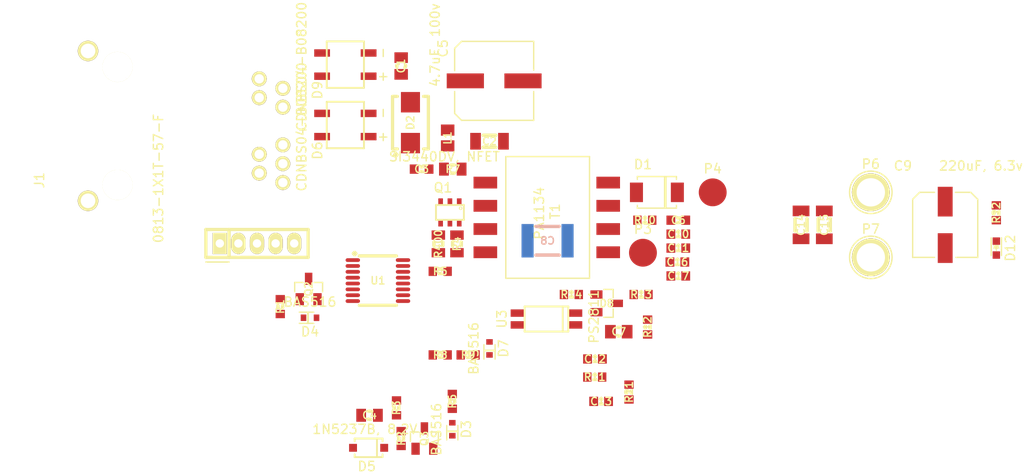
<source format=kicad_pcb>
(kicad_pcb (version 4) (host pcbnew "(2015-11-19 BZR 6326, Git 08d9b36)-product")

  (general
    (links 117)
    (no_connects 117)
    (area 0 0 0 0)
    (thickness 1.6)
    (drawings 2)
    (tracks 0)
    (zones 0)
    (modules 57)
    (nets 39)
  )

  (page A4)
  (layers
    (0 F.Cu signal)
    (31 B.Cu signal)
    (32 B.Adhes user)
    (33 F.Adhes user)
    (34 B.Paste user)
    (35 F.Paste user)
    (36 B.SilkS user)
    (37 F.SilkS user)
    (38 B.Mask user)
    (39 F.Mask user)
    (40 Dwgs.User user)
    (41 Cmts.User user)
    (42 Eco1.User user)
    (43 Eco2.User user)
    (44 Edge.Cuts user)
    (45 Margin user)
  )

  (setup
    (last_trace_width 0.25)
    (user_trace_width 0.15)
    (user_trace_width 0.2)
    (user_trace_width 0.25)
    (user_trace_width 0.3)
    (user_trace_width 0.35)
    (user_trace_width 0.4)
    (user_trace_width 0.45)
    (user_trace_width 0.5)
    (trace_clearance 0.15)
    (zone_clearance 0.15)
    (zone_45_only no)
    (trace_min 0.15)
    (segment_width 0.2)
    (edge_width 0.1)
    (via_size 0.6)
    (via_drill 0.3)
    (via_min_size 0.3)
    (via_min_drill 0.3)
    (user_via 0.45 0.3)
    (user_via 0.5 0.35)
    (uvia_size 0.508)
    (uvia_drill 0.127)
    (uvias_allowed no)
    (uvia_min_size 0.508)
    (uvia_min_drill 0.127)
    (pcb_text_width 0.3)
    (pcb_text_size 1.5 1.5)
    (mod_edge_width 0.15)
    (mod_text_size 1 1)
    (mod_text_width 0.15)
    (pad_size 1.30048 1.4986)
    (pad_drill 0)
    (pad_to_mask_clearance 0.07)
    (solder_mask_min_width 0.1)
    (aux_axis_origin 0 0)
    (visible_elements FFFEFFFF)
    (pcbplotparams
      (layerselection 0x000f0_00000000)
      (usegerberextensions true)
      (excludeedgelayer true)
      (linewidth 0.100000)
      (plotframeref false)
      (viasonmask false)
      (mode 1)
      (useauxorigin false)
      (hpglpennumber 1)
      (hpglpenspeed 20)
      (hpglpendiameter 15)
      (hpglpenoverlay 2)
      (psnegative false)
      (psa4output false)
      (plotreference true)
      (plotvalue false)
      (plotinvisibletext false)
      (padsonsilk false)
      (subtractmaskfromsilk false)
      (outputformat 1)
      (mirror false)
      (drillshape 0)
      (scaleselection 1)
      (outputdirectory gerbers/))
  )

  (net 0 "")
  (net 1 "Net-(C1-Pad1)")
  (net 2 "Net-(C1-Pad2)")
  (net 3 "Net-(C2-Pad1)")
  (net 4 GNDA)
  (net 5 "Net-(C3-Pad2)")
  (net 6 /PVcc)
  (net 7 5VPoE)
  (net 8 "Net-(C6-Pad2)")
  (net 9 "Net-(C7-Pad1)")
  (net 10 "Net-(C7-Pad2)")
  (net 11 GND)
  (net 12 "Net-(C12-Pad1)")
  (net 13 "Net-(C13-Pad2)")
  (net 14 "Net-(D3-Pad1)")
  (net 15 "Net-(D4-Pad2)")
  (net 16 "Net-(D5-Pad2)")
  (net 17 /Ethernet-)
  (net 18 /Ethernet+)
  (net 19 /Ith/Run)
  (net 20 "Net-(D7-Pad2)")
  (net 21 "Net-(D8-Pad1)")
  (net 22 /EthernetSpare-)
  (net 23 /EthernetSpare+)
  (net 24 "Net-(D12-Pad1)")
  (net 25 /TPOUT+)
  (net 26 /TPIN+)
  (net 27 /CT)
  (net 28 /TPOUT-)
  (net 29 /TPIN-)
  (net 30 "Net-(Q1-Pad1)")
  (net 31 /NGate)
  (net 32 "Net-(Q1-Pad4)")
  (net 33 "Net-(R1-Pad1)")
  (net 34 "Net-(R5-Pad1)")
  (net 35 "Net-(R6-Pad2)")
  (net 36 "Net-(D1-Pad1)")
  (net 37 "Net-(U1-Pad5)")
  (net 38 "Net-(U1-Pad6)")

  (net_class Default "This is the default net class."
    (clearance 0.15)
    (trace_width 0.25)
    (via_dia 0.6)
    (via_drill 0.3)
    (uvia_dia 0.508)
    (uvia_drill 0.127)
    (add_net /CT)
    (add_net /Ethernet+)
    (add_net /Ethernet-)
    (add_net /EthernetSpare+)
    (add_net /EthernetSpare-)
    (add_net /Ith/Run)
    (add_net /NGate)
    (add_net /PVcc)
    (add_net /TPIN+)
    (add_net /TPIN-)
    (add_net /TPOUT+)
    (add_net /TPOUT-)
    (add_net 5VPoE)
    (add_net GND)
    (add_net GNDA)
    (add_net "Net-(C1-Pad1)")
    (add_net "Net-(C1-Pad2)")
    (add_net "Net-(C12-Pad1)")
    (add_net "Net-(C13-Pad2)")
    (add_net "Net-(C2-Pad1)")
    (add_net "Net-(C3-Pad2)")
    (add_net "Net-(C6-Pad2)")
    (add_net "Net-(C7-Pad1)")
    (add_net "Net-(C7-Pad2)")
    (add_net "Net-(D1-Pad1)")
    (add_net "Net-(D12-Pad1)")
    (add_net "Net-(D3-Pad1)")
    (add_net "Net-(D4-Pad2)")
    (add_net "Net-(D5-Pad2)")
    (add_net "Net-(D7-Pad2)")
    (add_net "Net-(D8-Pad1)")
    (add_net "Net-(Q1-Pad1)")
    (add_net "Net-(Q1-Pad4)")
    (add_net "Net-(R1-Pad1)")
    (add_net "Net-(R5-Pad1)")
    (add_net "Net-(R6-Pad2)")
    (add_net "Net-(U1-Pad5)")
    (add_net "Net-(U1-Pad6)")
  )

  (module IPC7351-Nominal:CAPC2012X95 (layer F.Cu) (tedit 55FDF1A1) (tstamp 56990A6A)
    (at 105.5 37.9 90)
    (descr "Capacitor,non-polarized,Chip;2.00mm L X 1.25mm W X 0.95mm H")
    (path /529972CF)
    (attr smd)
    (fp_text reference C1 (at 0 0 90) (layer F.SilkS)
      (effects (font (size 0.8 0.8) (thickness 0.15)))
    )
    (fp_text value "0.1uF, 100V, X7R" (at 0 0 90) (layer F.Fab)
      (effects (font (size 0.8 0.8) (thickness 0.15)))
    )
    (fp_line (start -0.071 0.471) (end 0.071 0.471) (layer F.SilkS) (width 0.35))
    (fp_line (start 0.071 0.471) (end -0.071 0.471) (layer F.SilkS) (width 0.35))
    (fp_line (start -0.071 -0.471) (end 0.071 -0.471) (layer F.SilkS) (width 0.35))
    (fp_line (start 0.071 -0.471) (end -0.071 -0.471) (layer F.SilkS) (width 0.35))
    (fp_line (start -1.725 -0.975) (end 1.725 -0.975) (layer F.CrtYd) (width 0.15))
    (fp_line (start 1.725 -0.975) (end 1.725 0.975) (layer F.CrtYd) (width 0.15))
    (fp_line (start 1.725 0.975) (end -1.725 0.975) (layer F.CrtYd) (width 0.15))
    (fp_line (start -1.725 0.975) (end -1.725 -0.975) (layer F.CrtYd) (width 0.15))
    (pad 1 smd rect (at -0.9 0 90) (size 1.15 1.45) (layers F.Cu F.Paste F.Mask)
      (net 1 "Net-(C1-Pad1)"))
    (pad 2 smd rect (at 0.9 0 90) (size 1.15 1.45) (layers F.Cu F.Paste F.Mask)
      (net 2 "Net-(C1-Pad2)"))
    (model smd_cap/c_0805.wrl
      (at (xyz 0 0 0))
      (scale (xyz 1 1 1))
      (rotate (xyz 0 0 0))
    )
  )

  (module IPC7351-Nominal:CAPC3216X180 (layer F.Cu) (tedit 55FDF1A1) (tstamp 56990A78)
    (at 115 46)
    (descr "Capacitor,non-polarized,Chip;3.20mm L X 1.60mm W X 1.80mm H")
    (path /52997DB0)
    (attr smd)
    (fp_text reference C2 (at 0 0) (layer F.SilkS)
      (effects (font (size 0.8 0.8) (thickness 0.15)))
    )
    (fp_text value "1uF, 100V" (at 0 0) (layer F.Fab)
      (effects (font (size 0.8 0.8) (thickness 0.15)))
    )
    (fp_line (start -0.671 0.646) (end 0.671 0.646) (layer F.SilkS) (width 0.35))
    (fp_line (start 0.671 0.646) (end -0.671 0.646) (layer F.SilkS) (width 0.35))
    (fp_line (start -0.671 -0.646) (end 0.671 -0.646) (layer F.SilkS) (width 0.35))
    (fp_line (start 0.671 -0.646) (end -0.671 -0.646) (layer F.SilkS) (width 0.35))
    (fp_line (start -2.325 -1.15) (end 2.325 -1.15) (layer F.CrtYd) (width 0.15))
    (fp_line (start 2.325 -1.15) (end 2.325 1.15) (layer F.CrtYd) (width 0.15))
    (fp_line (start 2.325 1.15) (end -2.325 1.15) (layer F.CrtYd) (width 0.15))
    (fp_line (start -2.325 1.15) (end -2.325 -1.15) (layer F.CrtYd) (width 0.15))
    (pad 1 smd rect (at -1.5 0) (size 1.15 1.8) (layers F.Cu F.Paste F.Mask)
      (net 3 "Net-(C2-Pad1)"))
    (pad 2 smd rect (at 1.5 0) (size 1.15 1.8) (layers F.Cu F.Paste F.Mask)
      (net 4 GNDA))
    (model smd_cap/c_1206.wrl
      (at (xyz 0 0 0))
      (scale (xyz 1 1 1))
      (rotate (xyz 0 0 0))
    )
  )

  (module IPC7351-Nominal:CAPC1608X87 (layer F.Cu) (tedit 55FDF1A1) (tstamp 56990A86)
    (at 107.7 49)
    (descr "Capacitor,non-polarized,Chip;1.60mm L X 0.80mm W X 0.87mm H")
    (path /52998184)
    (attr smd)
    (fp_text reference C3 (at 0 0) (layer F.SilkS)
      (effects (font (size 0.8 0.8) (thickness 0.15)))
    )
    (fp_text value "68pF, 200V" (at 0 0) (layer F.Fab)
      (effects (font (size 0.8 0.8) (thickness 0.15)))
    )
    (fp_line (start -0.071 0.246) (end 0.071 0.246) (layer F.SilkS) (width 0.35))
    (fp_line (start 0.071 0.246) (end -0.071 0.246) (layer F.SilkS) (width 0.35))
    (fp_line (start -0.071 -0.246) (end 0.071 -0.246) (layer F.SilkS) (width 0.35))
    (fp_line (start 0.071 -0.246) (end -0.071 -0.246) (layer F.SilkS) (width 0.35))
    (fp_line (start -1.525 -0.75) (end 1.525 -0.75) (layer F.CrtYd) (width 0.15))
    (fp_line (start 1.525 -0.75) (end 1.525 0.75) (layer F.CrtYd) (width 0.15))
    (fp_line (start 1.525 0.75) (end -1.525 0.75) (layer F.CrtYd) (width 0.15))
    (fp_line (start -1.525 0.75) (end -1.525 -0.75) (layer F.CrtYd) (width 0.15))
    (pad 1 smd rect (at -0.8 0) (size 0.95 1) (layers F.Cu F.Paste F.Mask)
      (net 3 "Net-(C2-Pad1)"))
    (pad 2 smd rect (at 0.8 0) (size 0.95 1) (layers F.Cu F.Paste F.Mask)
      (net 5 "Net-(C3-Pad2)"))
    (model smd_cap/c_0603.wrl
      (at (xyz 0 0 0))
      (scale (xyz 1 1 1))
      (rotate (xyz 0 0 0))
    )
  )

  (module IPC7351-Nominal:CAPC2012X135 (layer F.Cu) (tedit 55FDF1A1) (tstamp 56990A94)
    (at 102.1 75.5 180)
    (descr "Capacitor,non-polarized,Chip;2.00mm L X 1.25mm W X 1.35mm H")
    (path /52997DCE)
    (attr smd)
    (fp_text reference C4 (at 0 0 180) (layer F.SilkS)
      (effects (font (size 0.8 0.8) (thickness 0.15)))
    )
    (fp_text value "4.7uF, 10V" (at 0 0 180) (layer F.Fab)
      (effects (font (size 0.8 0.8) (thickness 0.15)))
    )
    (fp_line (start -0.121 0.446) (end 0.121 0.446) (layer F.SilkS) (width 0.35))
    (fp_line (start 0.121 0.446) (end -0.121 0.446) (layer F.SilkS) (width 0.35))
    (fp_line (start -0.121 -0.446) (end 0.121 -0.446) (layer F.SilkS) (width 0.35))
    (fp_line (start 0.121 -0.446) (end -0.121 -0.446) (layer F.SilkS) (width 0.35))
    (fp_line (start -1.675 -0.95) (end 1.675 -0.95) (layer F.CrtYd) (width 0.15))
    (fp_line (start 1.675 -0.95) (end 1.675 0.95) (layer F.CrtYd) (width 0.15))
    (fp_line (start 1.675 0.95) (end -1.675 0.95) (layer F.CrtYd) (width 0.15))
    (fp_line (start -1.675 0.95) (end -1.675 -0.95) (layer F.CrtYd) (width 0.15))
    (pad 1 smd rect (at -0.9 0 180) (size 1.05 1.4) (layers F.Cu F.Paste F.Mask)
      (net 6 /PVcc))
    (pad 2 smd rect (at 0.9 0 180) (size 1.05 1.4) (layers F.Cu F.Paste F.Mask)
      (net 4 GNDA))
    (model smd_cap/c_0805.wrl
      (at (xyz 0 0 0))
      (scale (xyz 1 1 1))
      (rotate (xyz 0 0 0))
    )
  )

  (module rfid:EEE-2AA4R7UP (layer F.Cu) (tedit 52E97410) (tstamp 56990AA2)
    (at 115.5 39.5 90)
    (path /529972BA)
    (fp_text reference C5 (at 3.5 -5.5 90) (layer F.SilkS)
      (effects (font (size 1 1) (thickness 0.15)))
    )
    (fp_text value "4.7uF, 100v" (at 3.85 -6.35 90) (layer F.SilkS)
      (effects (font (size 1 1) (thickness 0.15)))
    )
    (fp_line (start 3.5 -4.25) (end 4.25 -3.5) (layer F.SilkS) (width 0.15))
    (fp_line (start -3.5 -4.25) (end -4.25 -3.5) (layer F.SilkS) (width 0.15))
    (fp_line (start -4.25 4.25) (end -1.15 4.25) (layer F.SilkS) (width 0.15))
    (fp_line (start 1.1 -4.25) (end 3.5 -4.25) (layer F.SilkS) (width 0.15))
    (fp_line (start 4.25 -3.5) (end 4.25 4.25) (layer F.SilkS) (width 0.15))
    (fp_line (start 4.25 4.25) (end 1.15 4.25) (layer F.SilkS) (width 0.15))
    (fp_line (start -3.5 -4.25) (end -1.15 -4.25) (layer F.SilkS) (width 0.15))
    (fp_line (start -4.25 -3.5) (end -4.25 4.25) (layer F.SilkS) (width 0.15))
    (pad 1 smd rect (at 0 -3.1 90) (size 1.6 4) (layers F.Cu F.Paste F.Mask)
      (net 1 "Net-(C1-Pad1)"))
    (pad 2 smd rect (at 0 3.1 90) (size 1.6 4) (layers F.Cu F.Paste F.Mask)
      (net 4 GNDA))
  )

  (module IPC7351-Nominal:CAPC1608X90 (layer F.Cu) (tedit 55FDF1A1) (tstamp 56990AB0)
    (at 135.3 54.5 180)
    (descr "Capacitor,non-polarized,Chip;1.60mm L X 0.80mm W X 0.90mm H")
    (path /529FFB7A)
    (attr smd)
    (fp_text reference C6 (at 0 0 180) (layer F.SilkS)
      (effects (font (size 0.8 0.8) (thickness 0.15)))
    )
    (fp_text value 470pF (at 0 0 180) (layer F.Fab)
      (effects (font (size 0.8 0.8) (thickness 0.15)))
    )
    (fp_line (start -0.071 0.246) (end 0.071 0.246) (layer F.SilkS) (width 0.35))
    (fp_line (start 0.071 0.246) (end -0.071 0.246) (layer F.SilkS) (width 0.35))
    (fp_line (start -0.071 -0.246) (end 0.071 -0.246) (layer F.SilkS) (width 0.35))
    (fp_line (start 0.071 -0.246) (end -0.071 -0.246) (layer F.SilkS) (width 0.35))
    (fp_line (start -1.525 -0.75) (end 1.525 -0.75) (layer F.CrtYd) (width 0.15))
    (fp_line (start 1.525 -0.75) (end 1.525 0.75) (layer F.CrtYd) (width 0.15))
    (fp_line (start 1.525 0.75) (end -1.525 0.75) (layer F.CrtYd) (width 0.15))
    (fp_line (start -1.525 0.75) (end -1.525 -0.75) (layer F.CrtYd) (width 0.15))
    (pad 1 smd rect (at -0.8 0 180) (size 0.95 1) (layers F.Cu F.Paste F.Mask)
      (net 7 5VPoE))
    (pad 2 smd rect (at 0.8 0 180) (size 0.95 1) (layers F.Cu F.Paste F.Mask)
      (net 8 "Net-(C6-Pad2)"))
    (model smd_cap/c_0603.wrl
      (at (xyz 0 0 0))
      (scale (xyz 1 1 1))
      (rotate (xyz 0 0 0))
    )
  )

  (module IPC7351-Nominal:CAPC2012X88 (layer F.Cu) (tedit 55FDF1A1) (tstamp 56990ABE)
    (at 128.9 66.5 180)
    (descr "Capacitor,non-polarized,Chip;2.00mm L X 1.25mm W X 0.88mm H")
    (path /52A00D8B)
    (attr smd)
    (fp_text reference C7 (at 0 0 180) (layer F.SilkS)
      (effects (font (size 0.8 0.8) (thickness 0.15)))
    )
    (fp_text value 27nF (at 0 0 180) (layer F.Fab)
      (effects (font (size 0.8 0.8) (thickness 0.15)))
    )
    (fp_line (start -0.071 0.471) (end 0.071 0.471) (layer F.SilkS) (width 0.35))
    (fp_line (start 0.071 0.471) (end -0.071 0.471) (layer F.SilkS) (width 0.35))
    (fp_line (start -0.071 -0.471) (end 0.071 -0.471) (layer F.SilkS) (width 0.35))
    (fp_line (start 0.071 -0.471) (end -0.071 -0.471) (layer F.SilkS) (width 0.35))
    (fp_line (start -1.725 -0.975) (end 1.725 -0.975) (layer F.CrtYd) (width 0.15))
    (fp_line (start 1.725 -0.975) (end 1.725 0.975) (layer F.CrtYd) (width 0.15))
    (fp_line (start 1.725 0.975) (end -1.725 0.975) (layer F.CrtYd) (width 0.15))
    (fp_line (start -1.725 0.975) (end -1.725 -0.975) (layer F.CrtYd) (width 0.15))
    (pad 1 smd rect (at -0.9 0 180) (size 1.15 1.45) (layers F.Cu F.Paste F.Mask)
      (net 9 "Net-(C7-Pad1)"))
    (pad 2 smd rect (at 0.9 0 180) (size 1.15 1.45) (layers F.Cu F.Paste F.Mask)
      (net 10 "Net-(C7-Pad2)"))
    (model smd_cap/c_0805.wrl
      (at (xyz 0 0 0))
      (scale (xyz 1 1 1))
      (rotate (xyz 0 0 0))
    )
  )

  (module IPC7351-Nominal:CAPC4532X150 (layer B.Cu) (tedit 55FDF1A1) (tstamp 56990ACC)
    (at 121.2434 56.70991 180)
    (descr "Capacitor,non-polarized,Chip;4.50mm L X 3.20mm W X 1.50mm H")
    (path /52A00DCC)
    (attr smd)
    (fp_text reference C8 (at 0 0 180) (layer B.SilkS)
      (effects (font (size 0.8 0.8) (thickness 0.15)) (justify mirror))
    )
    (fp_text value "2.8nF, 250VAC, YCAP" (at 0 0 180) (layer B.Fab)
      (effects (font (size 0.8 0.8) (thickness 0.15)) (justify mirror))
    )
    (fp_line (start -1.246 -1.546) (end 1.246 -1.546) (layer B.SilkS) (width 0.35))
    (fp_line (start 1.246 -1.546) (end -1.246 -1.546) (layer B.SilkS) (width 0.35))
    (fp_line (start -1.246 1.546) (end 1.246 1.546) (layer B.SilkS) (width 0.35))
    (fp_line (start 1.246 1.546) (end -1.246 1.546) (layer B.SilkS) (width 0.35))
    (fp_line (start -3.05 2.05) (end 3.05 2.05) (layer B.CrtYd) (width 0.15))
    (fp_line (start 3.05 2.05) (end 3.05 -2.05) (layer B.CrtYd) (width 0.15))
    (fp_line (start 3.05 -2.05) (end -3.05 -2.05) (layer B.CrtYd) (width 0.15))
    (fp_line (start -3.05 -2.05) (end -3.05 2.05) (layer B.CrtYd) (width 0.15))
    (pad 1 smd rect (at -2.15 0 180) (size 1.3 3.6) (layers B.Cu B.Paste B.Mask)
      (net 11 GND))
    (pad 2 smd rect (at 2.15 0 180) (size 1.3 3.6) (layers B.Cu B.Paste B.Mask)
      (net 4 GNDA))
    (model smd_cap/c_1812.wrl
      (at (xyz 0 0 0))
      (scale (xyz 1 1 1))
      (rotate (xyz 0 0 0))
    )
  )

  (module rfid:EEE-FK0J221P (layer F.Cu) (tedit 52E975E3) (tstamp 56990ADA)
    (at 164 55)
    (path /52A001F3)
    (fp_text reference C9 (at -4.55 -6.35) (layer F.SilkS)
      (effects (font (size 1 1) (thickness 0.15)))
    )
    (fp_text value "220uF, 6.3v" (at 3.85 -6.35) (layer F.SilkS)
      (effects (font (size 1 1) (thickness 0.15)))
    )
    (fp_line (start 2.75 -3.5) (end 3.5 -2.75) (layer F.SilkS) (width 0.15))
    (fp_line (start -2.75 -3.5) (end -3.5 -2.75) (layer F.SilkS) (width 0.15))
    (fp_line (start -3.5 3.5) (end -1.15 3.5) (layer F.SilkS) (width 0.15))
    (fp_line (start 1.1 -3.5) (end 2.75 -3.5) (layer F.SilkS) (width 0.15))
    (fp_line (start 3.5 -2.75) (end 3.5 3.5) (layer F.SilkS) (width 0.15))
    (fp_line (start 3.5 3.5) (end 1.15 3.5) (layer F.SilkS) (width 0.15))
    (fp_line (start -2.75 -3.5) (end -1.15 -3.5) (layer F.SilkS) (width 0.15))
    (fp_line (start -3.5 -2.75) (end -3.5 3.5) (layer F.SilkS) (width 0.15))
    (pad 1 smd rect (at 0 -2.5) (size 1.6 3.2) (layers F.Cu F.Paste F.Mask)
      (net 7 5VPoE))
    (pad 2 smd rect (at 0 2.5) (size 1.6 3.2) (layers F.Cu F.Paste F.Mask)
      (net 11 GND))
  )

  (module IPC7351-Nominal:CAPC1608X90 (layer F.Cu) (tedit 55FDF1A1) (tstamp 56990AE8)
    (at 135.3 56 180)
    (descr "Capacitor,non-polarized,Chip;1.60mm L X 0.80mm W X 0.90mm H")
    (path /5653E810)
    (attr smd)
    (fp_text reference C10 (at 0 0 180) (layer F.SilkS)
      (effects (font (size 0.8 0.8) (thickness 0.15)))
    )
    (fp_text value 100nF (at 0 0 180) (layer F.Fab)
      (effects (font (size 0.8 0.8) (thickness 0.15)))
    )
    (fp_line (start -0.071 0.246) (end 0.071 0.246) (layer F.SilkS) (width 0.35))
    (fp_line (start 0.071 0.246) (end -0.071 0.246) (layer F.SilkS) (width 0.35))
    (fp_line (start -0.071 -0.246) (end 0.071 -0.246) (layer F.SilkS) (width 0.35))
    (fp_line (start 0.071 -0.246) (end -0.071 -0.246) (layer F.SilkS) (width 0.35))
    (fp_line (start -1.525 -0.75) (end 1.525 -0.75) (layer F.CrtYd) (width 0.15))
    (fp_line (start 1.525 -0.75) (end 1.525 0.75) (layer F.CrtYd) (width 0.15))
    (fp_line (start 1.525 0.75) (end -1.525 0.75) (layer F.CrtYd) (width 0.15))
    (fp_line (start -1.525 0.75) (end -1.525 -0.75) (layer F.CrtYd) (width 0.15))
    (pad 1 smd rect (at -0.8 0 180) (size 0.95 1) (layers F.Cu F.Paste F.Mask)
      (net 7 5VPoE))
    (pad 2 smd rect (at 0.8 0 180) (size 0.95 1) (layers F.Cu F.Paste F.Mask)
      (net 11 GND))
    (model smd_cap/c_0603.wrl
      (at (xyz 0 0 0))
      (scale (xyz 1 1 1))
      (rotate (xyz 0 0 0))
    )
  )

  (module IPC7351-Nominal:CAPC1608X90 (layer F.Cu) (tedit 55FDF1A1) (tstamp 56990AF6)
    (at 135.3 57.5 180)
    (descr "Capacitor,non-polarized,Chip;1.60mm L X 0.80mm W X 0.90mm H")
    (path /5653ED3B)
    (attr smd)
    (fp_text reference C11 (at 0 0 180) (layer F.SilkS)
      (effects (font (size 0.8 0.8) (thickness 0.15)))
    )
    (fp_text value 100nF (at 0 0 180) (layer F.Fab)
      (effects (font (size 0.8 0.8) (thickness 0.15)))
    )
    (fp_line (start -0.071 0.246) (end 0.071 0.246) (layer F.SilkS) (width 0.35))
    (fp_line (start 0.071 0.246) (end -0.071 0.246) (layer F.SilkS) (width 0.35))
    (fp_line (start -0.071 -0.246) (end 0.071 -0.246) (layer F.SilkS) (width 0.35))
    (fp_line (start 0.071 -0.246) (end -0.071 -0.246) (layer F.SilkS) (width 0.35))
    (fp_line (start -1.525 -0.75) (end 1.525 -0.75) (layer F.CrtYd) (width 0.15))
    (fp_line (start 1.525 -0.75) (end 1.525 0.75) (layer F.CrtYd) (width 0.15))
    (fp_line (start 1.525 0.75) (end -1.525 0.75) (layer F.CrtYd) (width 0.15))
    (fp_line (start -1.525 0.75) (end -1.525 -0.75) (layer F.CrtYd) (width 0.15))
    (pad 1 smd rect (at -0.8 0 180) (size 0.95 1) (layers F.Cu F.Paste F.Mask)
      (net 7 5VPoE))
    (pad 2 smd rect (at 0.8 0 180) (size 0.95 1) (layers F.Cu F.Paste F.Mask)
      (net 11 GND))
    (model smd_cap/c_0603.wrl
      (at (xyz 0 0 0))
      (scale (xyz 1 1 1))
      (rotate (xyz 0 0 0))
    )
  )

  (module IPC7351-Nominal:CAPC1608X90 (layer F.Cu) (tedit 55FDF1A1) (tstamp 56990B04)
    (at 126.340001 69.435001)
    (descr "Capacitor,non-polarized,Chip;1.60mm L X 0.80mm W X 0.90mm H")
    (path /52A00D63)
    (attr smd)
    (fp_text reference C12 (at 0 0) (layer F.SilkS)
      (effects (font (size 0.8 0.8) (thickness 0.15)))
    )
    (fp_text value 1uF (at 0 0) (layer F.Fab)
      (effects (font (size 0.8 0.8) (thickness 0.15)))
    )
    (fp_line (start -0.071 0.246) (end 0.071 0.246) (layer F.SilkS) (width 0.35))
    (fp_line (start 0.071 0.246) (end -0.071 0.246) (layer F.SilkS) (width 0.35))
    (fp_line (start -0.071 -0.246) (end 0.071 -0.246) (layer F.SilkS) (width 0.35))
    (fp_line (start 0.071 -0.246) (end -0.071 -0.246) (layer F.SilkS) (width 0.35))
    (fp_line (start -1.525 -0.75) (end 1.525 -0.75) (layer F.CrtYd) (width 0.15))
    (fp_line (start 1.525 -0.75) (end 1.525 0.75) (layer F.CrtYd) (width 0.15))
    (fp_line (start 1.525 0.75) (end -1.525 0.75) (layer F.CrtYd) (width 0.15))
    (fp_line (start -1.525 0.75) (end -1.525 -0.75) (layer F.CrtYd) (width 0.15))
    (pad 1 smd rect (at -0.8 0) (size 0.95 1) (layers F.Cu F.Paste F.Mask)
      (net 12 "Net-(C12-Pad1)"))
    (pad 2 smd rect (at 0.8 0) (size 0.95 1) (layers F.Cu F.Paste F.Mask)
      (net 11 GND))
    (model smd_cap/c_0603.wrl
      (at (xyz 0 0 0))
      (scale (xyz 1 1 1))
      (rotate (xyz 0 0 0))
    )
  )

  (module IPC7351-Nominal:CAPC1608X95 (layer F.Cu) (tedit 55FDF1A1) (tstamp 56990B12)
    (at 127 74)
    (descr "Capacitor,non-polarized,Chip;1.60mm L X 0.80mm W X 0.95mm H")
    (path /52A00D77)
    (attr smd)
    (fp_text reference C13 (at 0 0) (layer F.SilkS)
      (effects (font (size 0.8 0.8) (thickness 0.15)))
    )
    (fp_text value 33nF (at 0 0) (layer F.Fab)
      (effects (font (size 0.8 0.8) (thickness 0.15)))
    )
    (fp_line (start -0.071 0.246) (end 0.071 0.246) (layer F.SilkS) (width 0.35))
    (fp_line (start 0.071 0.246) (end -0.071 0.246) (layer F.SilkS) (width 0.35))
    (fp_line (start -0.071 -0.246) (end 0.071 -0.246) (layer F.SilkS) (width 0.35))
    (fp_line (start 0.071 -0.246) (end -0.071 -0.246) (layer F.SilkS) (width 0.35))
    (fp_line (start -1.525 -0.75) (end 1.525 -0.75) (layer F.CrtYd) (width 0.15))
    (fp_line (start 1.525 -0.75) (end 1.525 0.75) (layer F.CrtYd) (width 0.15))
    (fp_line (start 1.525 0.75) (end -1.525 0.75) (layer F.CrtYd) (width 0.15))
    (fp_line (start -1.525 0.75) (end -1.525 -0.75) (layer F.CrtYd) (width 0.15))
    (pad 1 smd rect (at -0.8 0) (size 0.95 1) (layers F.Cu F.Paste F.Mask)
      (net 12 "Net-(C12-Pad1)"))
    (pad 2 smd rect (at 0.8 0) (size 0.95 1) (layers F.Cu F.Paste F.Mask)
      (net 13 "Net-(C13-Pad2)"))
    (model smd_cap/c_0603.wrl
      (at (xyz 0 0 0))
      (scale (xyz 1 1 1))
      (rotate (xyz 0 0 0))
    )
  )

  (module IPC7351-Nominal:CAPC3216X180 (layer F.Cu) (tedit 55FDF1A1) (tstamp 56990B20)
    (at 148.5 55 270)
    (descr "Capacitor,non-polarized,Chip;3.20mm L X 1.60mm W X 1.80mm H")
    (path /52A001DF)
    (attr smd)
    (fp_text reference C14 (at 0 0 270) (layer F.SilkS)
      (effects (font (size 0.8 0.8) (thickness 0.15)))
    )
    (fp_text value "100uF, 6.3V, X5R" (at 0 0 270) (layer F.Fab)
      (effects (font (size 0.8 0.8) (thickness 0.15)))
    )
    (fp_line (start -0.671 0.646) (end 0.671 0.646) (layer F.SilkS) (width 0.35))
    (fp_line (start 0.671 0.646) (end -0.671 0.646) (layer F.SilkS) (width 0.35))
    (fp_line (start -0.671 -0.646) (end 0.671 -0.646) (layer F.SilkS) (width 0.35))
    (fp_line (start 0.671 -0.646) (end -0.671 -0.646) (layer F.SilkS) (width 0.35))
    (fp_line (start -2.325 -1.15) (end 2.325 -1.15) (layer F.CrtYd) (width 0.15))
    (fp_line (start 2.325 -1.15) (end 2.325 1.15) (layer F.CrtYd) (width 0.15))
    (fp_line (start 2.325 1.15) (end -2.325 1.15) (layer F.CrtYd) (width 0.15))
    (fp_line (start -2.325 1.15) (end -2.325 -1.15) (layer F.CrtYd) (width 0.15))
    (pad 1 smd rect (at -1.5 0 270) (size 1.15 1.8) (layers F.Cu F.Paste F.Mask)
      (net 7 5VPoE))
    (pad 2 smd rect (at 1.5 0 270) (size 1.15 1.8) (layers F.Cu F.Paste F.Mask)
      (net 11 GND))
    (model smd_cap/c_1206.wrl
      (at (xyz 0 0 0))
      (scale (xyz 1 1 1))
      (rotate (xyz 0 0 0))
    )
  )

  (module IPC7351-Nominal:CAPC3216X180 (layer F.Cu) (tedit 55FDF1A1) (tstamp 56990B2E)
    (at 151 55 270)
    (descr "Capacitor,non-polarized,Chip;3.20mm L X 1.60mm W X 1.80mm H")
    (path /52A00473)
    (attr smd)
    (fp_text reference C15 (at 0 0 270) (layer F.SilkS)
      (effects (font (size 0.8 0.8) (thickness 0.15)))
    )
    (fp_text value "100uF, 6.3V, X5R" (at 0 0 270) (layer F.Fab)
      (effects (font (size 0.8 0.8) (thickness 0.15)))
    )
    (fp_line (start -0.671 0.646) (end 0.671 0.646) (layer F.SilkS) (width 0.35))
    (fp_line (start 0.671 0.646) (end -0.671 0.646) (layer F.SilkS) (width 0.35))
    (fp_line (start -0.671 -0.646) (end 0.671 -0.646) (layer F.SilkS) (width 0.35))
    (fp_line (start 0.671 -0.646) (end -0.671 -0.646) (layer F.SilkS) (width 0.35))
    (fp_line (start -2.325 -1.15) (end 2.325 -1.15) (layer F.CrtYd) (width 0.15))
    (fp_line (start 2.325 -1.15) (end 2.325 1.15) (layer F.CrtYd) (width 0.15))
    (fp_line (start 2.325 1.15) (end -2.325 1.15) (layer F.CrtYd) (width 0.15))
    (fp_line (start -2.325 1.15) (end -2.325 -1.15) (layer F.CrtYd) (width 0.15))
    (pad 1 smd rect (at -1.5 0 270) (size 1.15 1.8) (layers F.Cu F.Paste F.Mask)
      (net 7 5VPoE))
    (pad 2 smd rect (at 1.5 0 270) (size 1.15 1.8) (layers F.Cu F.Paste F.Mask)
      (net 11 GND))
    (model smd_cap/c_1206.wrl
      (at (xyz 0 0 0))
      (scale (xyz 1 1 1))
      (rotate (xyz 0 0 0))
    )
  )

  (module IPC7351-Nominal:CAPC1608X90 (layer F.Cu) (tedit 55FDF1A1) (tstamp 56990B3C)
    (at 135.2 59 180)
    (descr "Capacitor,non-polarized,Chip;1.60mm L X 0.80mm W X 0.90mm H")
    (path /5653EE1B)
    (attr smd)
    (fp_text reference C16 (at 0 0 180) (layer F.SilkS)
      (effects (font (size 0.8 0.8) (thickness 0.15)))
    )
    (fp_text value 1uF (at 0 0 180) (layer F.Fab)
      (effects (font (size 0.8 0.8) (thickness 0.15)))
    )
    (fp_line (start -0.071 0.246) (end 0.071 0.246) (layer F.SilkS) (width 0.35))
    (fp_line (start 0.071 0.246) (end -0.071 0.246) (layer F.SilkS) (width 0.35))
    (fp_line (start -0.071 -0.246) (end 0.071 -0.246) (layer F.SilkS) (width 0.35))
    (fp_line (start 0.071 -0.246) (end -0.071 -0.246) (layer F.SilkS) (width 0.35))
    (fp_line (start -1.525 -0.75) (end 1.525 -0.75) (layer F.CrtYd) (width 0.15))
    (fp_line (start 1.525 -0.75) (end 1.525 0.75) (layer F.CrtYd) (width 0.15))
    (fp_line (start 1.525 0.75) (end -1.525 0.75) (layer F.CrtYd) (width 0.15))
    (fp_line (start -1.525 0.75) (end -1.525 -0.75) (layer F.CrtYd) (width 0.15))
    (pad 1 smd rect (at -0.8 0 180) (size 0.95 1) (layers F.Cu F.Paste F.Mask)
      (net 7 5VPoE))
    (pad 2 smd rect (at 0.8 0 180) (size 0.95 1) (layers F.Cu F.Paste F.Mask)
      (net 11 GND))
    (model smd_cap/c_0603.wrl
      (at (xyz 0 0 0))
      (scale (xyz 1 1 1))
      (rotate (xyz 0 0 0))
    )
  )

  (module IPC7351-Nominal:CAPC1608X90 (layer F.Cu) (tedit 55FDF1A1) (tstamp 56990B4A)
    (at 135.3 60.5 180)
    (descr "Capacitor,non-polarized,Chip;1.60mm L X 0.80mm W X 0.90mm H")
    (path /5653EF0A)
    (attr smd)
    (fp_text reference C17 (at 0 0 180) (layer F.SilkS)
      (effects (font (size 0.8 0.8) (thickness 0.15)))
    )
    (fp_text value 1uF (at 0 0 180) (layer F.Fab)
      (effects (font (size 0.8 0.8) (thickness 0.15)))
    )
    (fp_line (start -0.071 0.246) (end 0.071 0.246) (layer F.SilkS) (width 0.35))
    (fp_line (start 0.071 0.246) (end -0.071 0.246) (layer F.SilkS) (width 0.35))
    (fp_line (start -0.071 -0.246) (end 0.071 -0.246) (layer F.SilkS) (width 0.35))
    (fp_line (start 0.071 -0.246) (end -0.071 -0.246) (layer F.SilkS) (width 0.35))
    (fp_line (start -1.525 -0.75) (end 1.525 -0.75) (layer F.CrtYd) (width 0.15))
    (fp_line (start 1.525 -0.75) (end 1.525 0.75) (layer F.CrtYd) (width 0.15))
    (fp_line (start 1.525 0.75) (end -1.525 0.75) (layer F.CrtYd) (width 0.15))
    (fp_line (start -1.525 0.75) (end -1.525 -0.75) (layer F.CrtYd) (width 0.15))
    (pad 1 smd rect (at -0.8 0 180) (size 0.95 1) (layers F.Cu F.Paste F.Mask)
      (net 7 5VPoE))
    (pad 2 smd rect (at 0.8 0 180) (size 0.95 1) (layers F.Cu F.Paste F.Mask)
      (net 11 GND))
    (model smd_cap/c_0603.wrl
      (at (xyz 0 0 0))
      (scale (xyz 1 1 1))
      (rotate (xyz 0 0 0))
    )
  )

  (module rfid:SOD-128 (layer F.Cu) (tedit 5650F99C) (tstamp 56990B57)
    (at 133 51.5)
    (path /529FFB39)
    (fp_text reference D1 (at -1.5 -3) (layer F.SilkS)
      (effects (font (size 1 1) (thickness 0.15)))
    )
    (fp_text value PMEG3050EP (at 0 -3) (layer F.Fab)
      (effects (font (size 1 1) (thickness 0.15)))
    )
    (fp_line (start 0.9 -1.6) (end 0.9 1.6) (layer F.SilkS) (width 0.3))
    (fp_line (start 2.1 1.7) (end 2.1 1.4) (layer F.SilkS) (width 0.15))
    (fp_line (start -2.1 1.7) (end 2.1 1.7) (layer F.SilkS) (width 0.15))
    (fp_line (start -2.1 1.4) (end -2.1 1.7) (layer F.SilkS) (width 0.15))
    (fp_line (start 2.1 -1.7) (end 2.1 -1.4) (layer F.SilkS) (width 0.15))
    (fp_line (start -2.1 -1.7) (end 2.1 -1.7) (layer F.SilkS) (width 0.15))
    (fp_line (start -2.1 -1.4) (end -2.1 -1.7) (layer F.SilkS) (width 0.15))
    (pad 1 smd rect (at -2.2 0) (size 1.4 2.1) (layers F.Cu F.Paste F.Mask)
      (net 36 "Net-(D1-Pad1)"))
    (pad 2 smd rect (at 2.2 0) (size 1.4 2.1) (layers F.Cu F.Paste F.Mask)
      (net 7 5VPoE))
  )

  (module IPC7351-Nominal:DIOM5436X265 (layer F.Cu) (tedit 55FDF1A1) (tstamp 56990B6B)
    (at 106.5 44 90)
    (descr "Diode,Molded Body;5.40mm L X 3.60mm W X 2.65mm H")
    (path /56504FE1)
    (attr smd)
    (fp_text reference D2 (at 0 0 90) (layer F.SilkS)
      (effects (font (size 0.8 0.8) (thickness 0.15)))
    )
    (fp_text value SMAJ58A (at 0 0 90) (layer F.Fab)
      (effects (font (size 0.8 0.8) (thickness 0.15)))
    )
    (fp_line (start -2.827 -1.406) (end -2.827 -1.927) (layer F.SilkS) (width 0.35))
    (fp_line (start -2.827 -1.927) (end 2.827 -1.927) (layer F.SilkS) (width 0.35))
    (fp_line (start 2.827 -1.927) (end 2.827 -1.406) (layer F.SilkS) (width 0.35))
    (fp_line (start -2.827 1.406) (end -2.827 1.927) (layer F.SilkS) (width 0.35))
    (fp_line (start -2.827 1.927) (end 2.827 1.927) (layer F.SilkS) (width 0.35))
    (fp_line (start 2.827 1.927) (end 2.827 1.406) (layer F.SilkS) (width 0.35))
    (fp_line (start -3.589 -1.5711) (end -3.462 -1.6981) (layer F.SilkS) (width 0.35))
    (fp_line (start -3.462 -1.6981) (end -3.335 -1.5711) (layer F.SilkS) (width 0.35))
    (fp_line (start -3.335 -1.5711) (end -3.462 -1.4441) (layer F.SilkS) (width 0.35))
    (fp_line (start -3.462 -1.4441) (end -3.589 -1.5711) (layer F.SilkS) (width 0.35))
    (fp_line (start -3.839 -2.177) (end 3.55 -2.177) (layer F.CrtYd) (width 0.15))
    (fp_line (start 3.55 -2.177) (end 3.55 2.177) (layer F.CrtYd) (width 0.15))
    (fp_line (start 3.55 2.177) (end -3.839 2.177) (layer F.CrtYd) (width 0.15))
    (fp_line (start -3.839 2.177) (end -3.839 -2.177) (layer F.CrtYd) (width 0.15))
    (pad 1 smd rect (at -2.2 0 90) (size 2.2 2.05) (layers F.Cu F.Paste F.Mask)
      (net 1 "Net-(C1-Pad1)"))
    (pad 2 smd rect (at 2.2 0 90) (size 2.2 2.05) (layers F.Cu F.Paste F.Mask)
      (net 2 "Net-(C1-Pad2)"))
    (model smd_diode/do214aa.wrl
      (at (xyz 0 0 0))
      (scale (xyz 1 1 1))
      (rotate (xyz 0 0 180))
    )
  )

  (module rfid:SOD-523 (layer F.Cu) (tedit 53CDF0E1) (tstamp 56990B74)
    (at 111 77 270)
    (descr "http://www.diodes.com/datasheets/ap02001.pdf p.144")
    (tags "Diode SOD523")
    (path /52998084)
    (fp_text reference D3 (at 0 -1.5 270) (layer F.SilkS)
      (effects (font (size 1 1) (thickness 0.15)))
    )
    (fp_text value BAS516 (at 0 1.7 270) (layer F.SilkS)
      (effects (font (size 1 1) (thickness 0.15)))
    )
    (fp_line (start 0.219945 -0.583658) (end 0.219945 0.516342) (layer F.SilkS) (width 0.2))
    (fp_line (start -0.4 0.6) (end 1.15 0.6) (layer F.SilkS) (width 0.15))
    (fp_line (start -0.4 -0.6) (end 1.15 -0.6) (layer F.SilkS) (width 0.15))
    (pad 1 smd rect (at -0.7 0 270) (size 0.6 0.7) (layers F.Cu F.Paste F.Mask)
      (net 14 "Net-(D3-Pad1)"))
    (pad 2 smd rect (at 0.7 0 270) (size 0.6 0.7) (layers F.Cu F.Paste F.Mask)
      (net 6 /PVcc))
  )

  (module rfid:SOD-523 (layer F.Cu) (tedit 53CDF0E1) (tstamp 56990B7D)
    (at 95.7 65 180)
    (descr "http://www.diodes.com/datasheets/ap02001.pdf p.144")
    (tags "Diode SOD523")
    (path /529FE7EB)
    (fp_text reference D4 (at 0 -1.5 180) (layer F.SilkS)
      (effects (font (size 1 1) (thickness 0.15)))
    )
    (fp_text value BAS516 (at 0 1.7 180) (layer F.SilkS)
      (effects (font (size 1 1) (thickness 0.15)))
    )
    (fp_line (start 0.219945 -0.583658) (end 0.219945 0.516342) (layer F.SilkS) (width 0.2))
    (fp_line (start -0.4 0.6) (end 1.15 0.6) (layer F.SilkS) (width 0.15))
    (fp_line (start -0.4 -0.6) (end 1.15 -0.6) (layer F.SilkS) (width 0.15))
    (pad 1 smd rect (at -0.7 0 180) (size 0.6 0.7) (layers F.Cu F.Paste F.Mask)
      (net 4 GNDA))
    (pad 2 smd rect (at 0.7 0 180) (size 0.6 0.7) (layers F.Cu F.Paste F.Mask)
      (net 15 "Net-(D4-Pad2)"))
  )

  (module rfid:SOD-123 (layer F.Cu) (tedit 53CDF3CD) (tstamp 56990B8B)
    (at 102 79 180)
    (path /52997F21)
    (fp_text reference D5 (at 0.2 -2 180) (layer F.SilkS)
      (effects (font (size 1 1) (thickness 0.15)))
    )
    (fp_text value "1N5237B, 8.2V" (at 0.4 2 180) (layer F.SilkS)
      (effects (font (size 1 1) (thickness 0.15)))
    )
    (fp_line (start -0.9 -1) (end -0.9 1) (layer F.SilkS) (width 0.2))
    (fp_line (start -1.5 1) (end -1.5 0.7) (layer F.SilkS) (width 0.2))
    (fp_line (start 1.5 1) (end -1.5 1) (layer F.SilkS) (width 0.2))
    (fp_line (start 1.5 0.7) (end 1.5 1) (layer F.SilkS) (width 0.2))
    (fp_line (start 1.5 -1) (end 1.5 -0.7) (layer F.SilkS) (width 0.2))
    (fp_line (start 1.4 -1) (end 1.5 -1) (layer F.SilkS) (width 0.2))
    (fp_line (start -1.5 -1) (end 1.4 -1) (layer F.SilkS) (width 0.2))
    (fp_line (start -1.5 -0.7) (end -1.5 -1) (layer F.SilkS) (width 0.2))
    (pad 1 smd rect (at 1.675 0 180) (size 0.85 0.85) (layers F.Cu F.Paste F.Mask)
      (net 4 GNDA))
    (pad 2 smd rect (at -1.675 0 180) (size 0.85 0.85) (layers F.Cu F.Paste F.Mask)
      (net 16 "Net-(D5-Pad2)"))
  )

  (module rfid:CDNBS04 (layer F.Cu) (tedit 53CDFA1C) (tstamp 56990B9A)
    (at 99.5 44.25 270)
    (path /539FE102)
    (fp_text reference D6 (at 2.75 3 270) (layer F.SilkS)
      (effects (font (size 1 1) (thickness 0.15)))
    )
    (fp_text value CDNBS04-B08200 (at 0.2 4.7 270) (layer F.SilkS)
      (effects (font (size 1 1) (thickness 0.15)))
    )
    (fp_line (start -2.5 2) (end -2.5 -2) (layer F.SilkS) (width 0.2))
    (fp_line (start 2.5 2) (end -2.5 2) (layer F.SilkS) (width 0.2))
    (fp_line (start 2.5 -2) (end 2.5 2) (layer F.SilkS) (width 0.2))
    (fp_line (start -2.5 -2) (end 2.5 -2) (layer F.SilkS) (width 0.2))
    (fp_text user ~ (at -3.4 5.2 270) (layer F.SilkS)
      (effects (font (size 1 1) (thickness 0.15)))
    )
    (fp_text user - (at -1.297968 -4 270) (layer F.SilkS)
      (effects (font (size 1 1) (thickness 0.15)))
    )
    (fp_text user + (at 1.3 -4 270) (layer F.SilkS)
      (effects (font (size 1 1) (thickness 0.15)))
    )
    (pad 1 smd rect (at 1.25 -2.5 270) (size 0.8 1.7) (layers F.Cu F.Paste F.Mask)
      (net 1 "Net-(C1-Pad1)"))
    (pad 2 smd rect (at 1.25 2.5 270) (size 0.8 1.7) (layers F.Cu F.Paste F.Mask)
      (net 17 /Ethernet-))
    (pad 3 smd rect (at -1.25 2.5 270) (size 0.8 1.7) (layers F.Cu F.Paste F.Mask)
      (net 18 /Ethernet+))
    (pad 4 smd rect (at -1.25 -2.5 270) (size 0.8 1.7) (layers F.Cu F.Paste F.Mask)
      (net 2 "Net-(C1-Pad2)"))
  )

  (module rfid:SOD-523 (layer F.Cu) (tedit 53CDF0E1) (tstamp 56990BA3)
    (at 115 68.3 270)
    (descr "http://www.diodes.com/datasheets/ap02001.pdf p.144")
    (tags "Diode SOD523")
    (path /529FE790)
    (fp_text reference D7 (at 0 -1.5 270) (layer F.SilkS)
      (effects (font (size 1 1) (thickness 0.15)))
    )
    (fp_text value BAS516 (at 0 1.7 270) (layer F.SilkS)
      (effects (font (size 1 1) (thickness 0.15)))
    )
    (fp_line (start 0.219945 -0.583658) (end 0.219945 0.516342) (layer F.SilkS) (width 0.2))
    (fp_line (start -0.4 0.6) (end 1.15 0.6) (layer F.SilkS) (width 0.15))
    (fp_line (start -0.4 -0.6) (end 1.15 -0.6) (layer F.SilkS) (width 0.15))
    (pad 1 smd rect (at -0.7 0 270) (size 0.6 0.7) (layers F.Cu F.Paste F.Mask)
      (net 19 /Ith/Run))
    (pad 2 smd rect (at 0.7 0 270) (size 0.6 0.7) (layers F.Cu F.Paste F.Mask)
      (net 20 "Net-(D7-Pad2)"))
  )

  (module smd-semi:SOT-23 (layer F.Cu) (tedit 54CBE5F0) (tstamp 56990BB6)
    (at 127.6 63.45)
    (path /539FCA1F)
    (fp_text reference D8 (at 0 0) (layer F.SilkS)
      (effects (font (size 0.8 0.8) (thickness 0.15)))
    )
    (fp_text value TLV431 (at 0 0) (layer F.Fab)
      (effects (font (size 0.8 0.8) (thickness 0.15)))
    )
    (fp_line (start -2 -1.75) (end 2 -1.75) (layer F.CrtYd) (width 0.15))
    (fp_line (start 2 -1.75) (end 2 1.75) (layer F.CrtYd) (width 0.15))
    (fp_line (start 2 1.75) (end -2 1.75) (layer F.CrtYd) (width 0.15))
    (fp_line (start -2 1.75) (end -2 -1.75) (layer F.CrtYd) (width 0.15))
    (fp_line (start 0.7 0.6) (end 0.7 1.5) (layer F.SilkS) (width 0.15))
    (fp_line (start 0.7 1.5) (end -0.3 1.5) (layer F.SilkS) (width 0.15))
    (fp_line (start -0.3 -1.5) (end 0.7 -1.5) (layer F.SilkS) (width 0.15))
    (fp_line (start 0.7 -1.5) (end 0.7 -0.6) (layer F.SilkS) (width 0.15))
    (fp_line (start -0.7 -1.5) (end 0.7 -1.5) (layer F.Fab) (width 0.15))
    (fp_line (start 0.7 -1.5) (end 0.7 1.5) (layer F.Fab) (width 0.15))
    (fp_line (start 0.7 1.5) (end -0.7 1.5) (layer F.Fab) (width 0.15))
    (fp_line (start -0.7 1.5) (end -0.7 -1.5) (layer F.Fab) (width 0.15))
    (pad 1 smd rect (at -1.1 -0.95) (size 1.3 0.9) (layers F.Cu F.Paste F.Mask)
      (net 21 "Net-(D8-Pad1)"))
    (pad 2 smd rect (at -1.1 0.95) (size 1.3 0.9) (layers F.Cu F.Paste F.Mask)
      (net 10 "Net-(C7-Pad2)"))
    (pad 3 smd rect (at 1.1 0) (size 1.3 0.8) (layers F.Cu F.Paste F.Mask)
      (net 11 GND))
    (model smd_trans/sot23.wrl
      (at (xyz 0 0 0))
      (scale (xyz 1 1 1))
      (rotate (xyz 0 0 90))
    )
  )

  (module rfid:CDNBS04 (layer F.Cu) (tedit 53CDFA1C) (tstamp 56990BC5)
    (at 99.5 37.75 270)
    (path /539FDFE8)
    (fp_text reference D9 (at 2.75 3 270) (layer F.SilkS)
      (effects (font (size 1 1) (thickness 0.15)))
    )
    (fp_text value CDNBS04-B08200 (at 0.2 4.7 270) (layer F.SilkS)
      (effects (font (size 1 1) (thickness 0.15)))
    )
    (fp_line (start -2.5 2) (end -2.5 -2) (layer F.SilkS) (width 0.2))
    (fp_line (start 2.5 2) (end -2.5 2) (layer F.SilkS) (width 0.2))
    (fp_line (start 2.5 -2) (end 2.5 2) (layer F.SilkS) (width 0.2))
    (fp_line (start -2.5 -2) (end 2.5 -2) (layer F.SilkS) (width 0.2))
    (fp_text user ~ (at -3.4 5.2 270) (layer F.SilkS)
      (effects (font (size 1 1) (thickness 0.15)))
    )
    (fp_text user - (at -1.25 -4 270) (layer F.SilkS)
      (effects (font (size 1 1) (thickness 0.15)))
    )
    (fp_text user + (at 1.3 -4 270) (layer F.SilkS)
      (effects (font (size 1 1) (thickness 0.15)))
    )
    (pad 1 smd rect (at 1.25 -2.5 270) (size 0.8 1.7) (layers F.Cu F.Paste F.Mask)
      (net 1 "Net-(C1-Pad1)"))
    (pad 2 smd rect (at 1.25 2.5 270) (size 0.8 1.7) (layers F.Cu F.Paste F.Mask)
      (net 22 /EthernetSpare-))
    (pad 3 smd rect (at -1.25 2.5 270) (size 0.8 1.7) (layers F.Cu F.Paste F.Mask)
      (net 23 /EthernetSpare+))
    (pad 4 smd rect (at -1.25 -2.5 270) (size 0.8 1.7) (layers F.Cu F.Paste F.Mask)
      (net 2 "Net-(C1-Pad2)"))
  )

  (module LEDs:LED-0603 (layer F.Cu) (tedit 55BDE255) (tstamp 56990BD6)
    (at 169.5 57.5 270)
    (descr "LED 0603 smd package")
    (tags "LED led 0603 SMD smd SMT smt smdled SMDLED smtled SMTLED")
    (path /52A27A6E)
    (attr smd)
    (fp_text reference D12 (at 0 -1.5 270) (layer F.SilkS)
      (effects (font (size 1 1) (thickness 0.15)))
    )
    (fp_text value "5V LED" (at 0 1.5 270) (layer F.Fab)
      (effects (font (size 1 1) (thickness 0.15)))
    )
    (fp_line (start -1.1 0.55) (end 0.8 0.55) (layer F.SilkS) (width 0.15))
    (fp_line (start -1.1 -0.55) (end 0.8 -0.55) (layer F.SilkS) (width 0.15))
    (fp_line (start -0.2 0) (end 0.25 0) (layer F.SilkS) (width 0.15))
    (fp_line (start -0.25 -0.25) (end -0.25 0.25) (layer F.SilkS) (width 0.15))
    (fp_line (start -0.25 0) (end 0 -0.25) (layer F.SilkS) (width 0.15))
    (fp_line (start 0 -0.25) (end 0 0.25) (layer F.SilkS) (width 0.15))
    (fp_line (start 0 0.25) (end -0.25 0) (layer F.SilkS) (width 0.15))
    (fp_line (start 1.4 -0.75) (end 1.4 0.75) (layer F.CrtYd) (width 0.05))
    (fp_line (start 1.4 0.75) (end -1.4 0.75) (layer F.CrtYd) (width 0.05))
    (fp_line (start -1.4 0.75) (end -1.4 -0.75) (layer F.CrtYd) (width 0.05))
    (fp_line (start -1.4 -0.75) (end 1.4 -0.75) (layer F.CrtYd) (width 0.05))
    (pad 2 smd rect (at 0.7493 0 90) (size 0.79756 0.79756) (layers F.Cu F.Paste F.Mask)
      (net 11 GND))
    (pad 1 smd rect (at -0.7493 0 90) (size 0.79756 0.79756) (layers F.Cu F.Paste F.Mask)
      (net 24 "Net-(D12-Pad1)"))
  )

  (module rfid:0813-1X1T-57-F (layer F.Cu) (tedit 53CE0869) (tstamp 56990BF7)
    (at 75 50.7 90)
    (path /52A39AE0)
    (fp_text reference J1 (at 0.5 -8.4 90) (layer F.SilkS)
      (effects (font (size 1 1) (thickness 0.15)))
    )
    (fp_text value 0813-1X1T-57-F (at 0.7 4.4 90) (layer F.SilkS)
      (effects (font (size 1 1) (thickness 0.15)))
    )
    (fp_line (start 13 13.5) (end 13 20) (layer Margin) (width 0.2))
    (fp_line (start 16 13.5) (end 16 20) (layer Margin) (width 0.2))
    (fp_line (start 13 13.5) (end 16 13.5) (layer Margin) (width 0.2))
    (fp_line (start 16 20) (end 13 20) (layer Margin) (width 0.2))
    (fp_line (start -1 20) (end -3 20) (layer Margin) (width 0.2))
    (fp_line (start -1 13.5) (end -1 20) (layer Margin) (width 0.2))
    (fp_line (start -3 13.5) (end -1 13.5) (layer Margin) (width 0.2))
    (fp_line (start -3 20) (end -3 13.5) (layer Margin) (width 0.2))
    (fp_line (start 16 -11) (end -3 -11) (layer Margin) (width 0.2))
    (fp_line (start 16 -4.5) (end 16 -11) (layer Margin) (width 0.2))
    (fp_line (start 12.5 -4.5) (end 16 -4.5) (layer Margin) (width 0.2))
    (fp_line (start 12.5 -8) (end 12.5 -4.5) (layer Margin) (width 0.2))
    (fp_line (start 0 -8) (end 12.5 -8) (layer Margin) (width 0.2))
    (fp_line (start 0 -4.5) (end 0 -8) (layer Margin) (width 0.2))
    (fp_line (start -3 -4.5) (end 0 -4.5) (layer Margin) (width 0.2))
    (fp_line (start -3 -11) (end -3 -4.5) (layer Margin) (width 0.2))
    (pad 1 thru_hole circle (at 1.27 15.24 90) (size 1.6 1.6) (drill 1) (layers *.Cu *.Mask F.SilkS)
      (net 25 /TPOUT+))
    (pad 2 thru_hole circle (at 3.3 15.24 90) (size 1.6 1.6) (drill 1) (layers *.Cu *.Mask F.SilkS)
      (net 26 /TPIN+))
    (pad 5 thru_hole circle (at 9.39 15.24 90) (size 1.6 1.6) (drill 1) (layers *.Cu *.Mask F.SilkS)
      (net 17 /Ethernet-))
    (pad 6 thru_hole circle (at 11.42 15.24 90) (size 1.6 1.6) (drill 1) (layers *.Cu *.Mask F.SilkS)
      (net 23 /EthernetSpare+))
    (pad 7 thru_hole circle (at 0.25 17.78 90) (size 1.6 1.6) (drill 1) (layers *.Cu *.Mask F.SilkS)
      (net 27 /CT))
    (pad 8 thru_hole circle (at 2.28 17.78 90) (size 1.6 1.6) (drill 1) (layers *.Cu *.Mask F.SilkS)
      (net 28 /TPOUT-))
    (pad 9 thru_hole circle (at 4.31 17.78 90) (size 1.6 1.6) (drill 1) (layers *.Cu *.Mask F.SilkS)
      (net 29 /TPIN-))
    (pad 10 thru_hole circle (at 8.37 17.78 90) (size 1.6 1.6) (drill 1) (layers *.Cu *.Mask F.SilkS)
      (net 18 /Ethernet+))
    (pad 11 thru_hole circle (at 10.4 17.78 90) (size 1.6 1.6) (drill 1) (layers *.Cu *.Mask F.SilkS)
      (net 22 /EthernetSpare-))
    (pad "" np_thru_hole circle (at 0 0 90) (size 3.25 3.25) (drill 3.25) (layers *.Cu *.Mask F.SilkS))
    (pad "" np_thru_hole circle (at 12.7 0 90) (size 3.25 3.25) (drill 3.25) (layers *.Cu *.Mask F.SilkS))
    (pad 12 thru_hole circle (at -1.71 -3.17 90) (size 2.2 2.2) (drill 1.57) (layers *.Cu *.Mask F.SilkS)
      (net 4 GNDA))
    (pad 12 thru_hole circle (at 14.42 -3.17 90) (size 2.2 2.2) (drill 1.57) (layers *.Cu *.Mask F.SilkS)
      (net 4 GNDA))
  )

  (module IPC7351-Nominal:INDC2012X130 (layer F.Cu) (tedit 55FDF1A1) (tstamp 56990C01)
    (at 110.5 45.65 270)
    (descr "Inductor,Chip;2.00mm L X 1.25mm W X 1.30mm H")
    (path /52997C4A)
    (attr smd)
    (fp_text reference L1 (at 0 0 270) (layer F.SilkS)
      (effects (font (size 0.8 0.8) (thickness 0.15)))
    )
    (fp_text value 3.3uH (at 0 0 270) (layer F.Fab)
      (effects (font (size 0.8 0.8) (thickness 0.15)))
    )
    (fp_line (start -1.7 -0.975) (end 1.7 -0.975) (layer F.CrtYd) (width 0.15))
    (fp_line (start 1.7 -0.975) (end 1.7 0.975) (layer F.CrtYd) (width 0.15))
    (fp_line (start 1.7 0.975) (end -1.7 0.975) (layer F.CrtYd) (width 0.15))
    (fp_line (start -1.7 0.975) (end -1.7 -0.975) (layer F.CrtYd) (width 0.15))
    (pad 1 smd rect (at -0.85 0 270) (size 1.2 1.45) (layers F.Cu F.Paste F.Mask)
      (net 1 "Net-(C1-Pad1)"))
    (pad 2 smd rect (at 0.85 0 270) (size 1.2 1.45) (layers F.Cu F.Paste F.Mask)
      (net 3 "Net-(C2-Pad1)"))
    (model smd_resistors/r_0805.wrl
      (at (xyz 0 0 0))
      (scale (xyz 1 1 1))
      (rotate (xyz 0 0 0))
    )
  )

  (module conn-2mm:CONN-2MM-F-1x5 (layer F.Cu) (tedit 54CEE4FE) (tstamp 56990C31)
    (at 90 57)
    (path /56556854)
    (fp_text reference P5 (at 0 0) (layer F.SilkS)
      (effects (font (size 0.8 0.8) (thickness 0.15)))
    )
    (fp_text value CONN_01X05 (at 0 0) (layer F.Fab)
      (effects (font (size 0.8 0.8) (thickness 0.15)))
    )
    (fp_line (start -5.5 -1.5) (end 5.5 -1.5) (layer F.CrtYd) (width 0.15))
    (fp_line (start 5.5 -1.5) (end 5.5 1.5) (layer F.CrtYd) (width 0.15))
    (fp_line (start 5.5 1.5) (end -5.5 1.5) (layer F.CrtYd) (width 0.15))
    (fp_line (start -5.5 1.5) (end -5.5 -1.5) (layer F.CrtYd) (width 0.15))
    (fp_line (start -5.5 -1.5) (end 5.5 -1.5) (layer F.Fab) (width 0.15))
    (fp_line (start 5.5 -1.5) (end 5.5 1.5) (layer F.Fab) (width 0.15))
    (fp_line (start 5.5 1.5) (end -5.5 1.5) (layer F.Fab) (width 0.15))
    (fp_line (start -5.5 1.5) (end -5.5 -1.5) (layer F.Fab) (width 0.15))
    (fp_line (start -5.5 -1.5) (end 5.5 -1.5) (layer F.SilkS) (width 0.35))
    (fp_line (start 5.5 -1.5) (end 5.5 1.5) (layer F.SilkS) (width 0.35))
    (fp_line (start 5.5 1.5) (end -5.5 1.5) (layer F.SilkS) (width 0.35))
    (fp_line (start -5.5 1.5) (end -5.5 -1.5) (layer F.SilkS) (width 0.35))
    (fp_line (start -3 -1.5) (end -3 1.5) (layer F.SilkS) (width 0.35))
    (fp_line (start -3 -1.5) (end -3 1.5) (layer F.Fab) (width 0.15))
    (fp_line (start -5.5 2) (end -3 2) (layer F.SilkS) (width 0.15))
    (pad 1 thru_hole rect (at -4 0) (size 1.524 2.286) (drill 0.9) (layers *.Cu *.Mask F.SilkS)
      (net 25 /TPOUT+))
    (pad 2 thru_hole oval (at -2 0) (size 1.524 2.286) (drill 0.9) (layers *.Cu *.Mask F.SilkS)
      (net 28 /TPOUT-))
    (pad 3 thru_hole oval (at 0 0) (size 1.524 2.286) (drill 0.9) (layers *.Cu *.Mask F.SilkS)
      (net 26 /TPIN+))
    (pad 4 thru_hole oval (at 2 0) (size 1.524 2.286) (drill 0.9) (layers *.Cu *.Mask F.SilkS)
      (net 29 /TPIN-))
    (pad 5 thru_hole oval (at 4 0) (size 1.524 2.286) (drill 0.9) (layers *.Cu *.Mask F.SilkS)
      (net 27 /CT))
    (model pin_strip/pin_socket_2mm_5.wrl
      (at (xyz 0 0 0))
      (scale (xyz 1 1 1))
      (rotate (xyz 0 0 0))
    )
  )

  (module Connect:1pin (layer F.Cu) (tedit 0) (tstamp 56990C37)
    (at 156 51.5)
    (descr "module 1 pin (ou trou mecanique de percage)")
    (tags DEV)
    (path /56558BD3)
    (fp_text reference P6 (at 0 -3.048) (layer F.SilkS)
      (effects (font (size 1 1) (thickness 0.15)))
    )
    (fp_text value 5Vout (at 0 2.794) (layer F.Fab)
      (effects (font (size 1 1) (thickness 0.15)))
    )
    (fp_circle (center 0 0) (end 0 -2.286) (layer F.SilkS) (width 0.15))
    (pad 1 thru_hole circle (at 0 0) (size 4.064 4.064) (drill 3.048) (layers *.Cu *.Mask F.SilkS)
      (net 7 5VPoE))
  )

  (module Connect:1pin (layer F.Cu) (tedit 0) (tstamp 56990C3D)
    (at 156 58.5)
    (descr "module 1 pin (ou trou mecanique de percage)")
    (tags DEV)
    (path /56558D34)
    (fp_text reference P7 (at 0 -3.048) (layer F.SilkS)
      (effects (font (size 1 1) (thickness 0.15)))
    )
    (fp_text value GNDout (at 0 2.794) (layer F.Fab)
      (effects (font (size 1 1) (thickness 0.15)))
    )
    (fp_circle (center 0 0) (end 0 -2.286) (layer F.SilkS) (width 0.15))
    (pad 1 thru_hole circle (at 0 0) (size 4.064 4.064) (drill 3.048) (layers *.Cu *.Mask F.SilkS)
      (net 11 GND))
  )

  (module rfid:TSOP-6 (layer F.Cu) (tedit 53E6EACE) (tstamp 56990C4C)
    (at 110.7434 53.663 180)
    (path /53E6FA7D)
    (fp_text reference Q1 (at 0.7434 2.663 180) (layer F.SilkS)
      (effects (font (size 1 1) (thickness 0.15)))
    )
    (fp_text value "SI3440DV, NFET" (at 0.6 6 180) (layer F.SilkS)
      (effects (font (size 1 1) (thickness 0.15)))
    )
    (fp_circle (center -1.15 0.45) (end -1.05 0.55) (layer F.SilkS) (width 0.1))
    (fp_line (start 1.5 -0.8) (end 1.5 0.8) (layer F.SilkS) (width 0.2))
    (fp_line (start -1.5 -0.8) (end 1.5 -0.8) (layer F.SilkS) (width 0.2))
    (fp_line (start -1.5 0.8) (end -1.5 -0.8) (layer F.SilkS) (width 0.2))
    (fp_line (start 1.5 0.8) (end -1.5 0.8) (layer F.SilkS) (width 0.2))
    (pad 2 smd rect (at 0 1.163 180) (size 0.5 0.7) (layers F.Cu F.Paste F.Mask)
      (net 30 "Net-(Q1-Pad1)"))
    (pad 3 smd rect (at 1 1.163 180) (size 0.5 0.7) (layers F.Cu F.Paste F.Mask)
      (net 31 /NGate))
    (pad 1 smd rect (at -1 1.163 180) (size 0.5 0.7) (layers F.Cu F.Paste F.Mask)
      (net 30 "Net-(Q1-Pad1)"))
    (pad 4 smd rect (at 1 -1.163 180) (size 0.5 0.7) (layers F.Cu F.Paste F.Mask)
      (net 32 "Net-(Q1-Pad4)"))
    (pad 6 smd rect (at -1 -1.163 180) (size 0.5 0.7) (layers F.Cu F.Paste F.Mask)
      (net 30 "Net-(Q1-Pad1)"))
    (pad 5 smd rect (at 0 -1.163 180) (size 0.5 0.7) (layers F.Cu F.Paste F.Mask)
      (net 30 "Net-(Q1-Pad1)"))
  )

  (module smd-semi:SOT-23 (layer F.Cu) (tedit 54CBE5F0) (tstamp 56990C5F)
    (at 95.55 61.9 90)
    (path /5655384D)
    (fp_text reference Q2 (at 0 0 90) (layer F.SilkS)
      (effects (font (size 0.8 0.8) (thickness 0.15)))
    )
    (fp_text value 2N7002 (at 0 0 90) (layer F.Fab)
      (effects (font (size 0.8 0.8) (thickness 0.15)))
    )
    (fp_line (start -2 -1.75) (end 2 -1.75) (layer F.CrtYd) (width 0.15))
    (fp_line (start 2 -1.75) (end 2 1.75) (layer F.CrtYd) (width 0.15))
    (fp_line (start 2 1.75) (end -2 1.75) (layer F.CrtYd) (width 0.15))
    (fp_line (start -2 1.75) (end -2 -1.75) (layer F.CrtYd) (width 0.15))
    (fp_line (start 0.7 0.6) (end 0.7 1.5) (layer F.SilkS) (width 0.15))
    (fp_line (start 0.7 1.5) (end -0.3 1.5) (layer F.SilkS) (width 0.15))
    (fp_line (start -0.3 -1.5) (end 0.7 -1.5) (layer F.SilkS) (width 0.15))
    (fp_line (start 0.7 -1.5) (end 0.7 -0.6) (layer F.SilkS) (width 0.15))
    (fp_line (start -0.7 -1.5) (end 0.7 -1.5) (layer F.Fab) (width 0.15))
    (fp_line (start 0.7 -1.5) (end 0.7 1.5) (layer F.Fab) (width 0.15))
    (fp_line (start 0.7 1.5) (end -0.7 1.5) (layer F.Fab) (width 0.15))
    (fp_line (start -0.7 1.5) (end -0.7 -1.5) (layer F.Fab) (width 0.15))
    (pad 1 smd rect (at -1.1 -0.95 90) (size 1.3 0.9) (layers F.Cu F.Paste F.Mask)
      (net 15 "Net-(D4-Pad2)"))
    (pad 2 smd rect (at -1.1 0.95 90) (size 1.3 0.9) (layers F.Cu F.Paste F.Mask)
      (net 4 GNDA))
    (pad 3 smd rect (at 1.1 0 90) (size 1.3 0.8) (layers F.Cu F.Paste F.Mask)
      (net 19 /Ith/Run))
    (model smd_trans/sot23.wrl
      (at (xyz 0 0 0))
      (scale (xyz 1 1 1))
      (rotate (xyz 0 0 90))
    )
  )

  (module smd-semi:SOT-23 (layer F.Cu) (tedit 54CBE5F0) (tstamp 56990C72)
    (at 108 78 90)
    (path /565513CC)
    (fp_text reference Q3 (at 0 0 90) (layer F.SilkS)
      (effects (font (size 0.8 0.8) (thickness 0.15)))
    )
    (fp_text value MMBTA42 (at 0 0 90) (layer F.Fab)
      (effects (font (size 0.8 0.8) (thickness 0.15)))
    )
    (fp_line (start -2 -1.75) (end 2 -1.75) (layer F.CrtYd) (width 0.15))
    (fp_line (start 2 -1.75) (end 2 1.75) (layer F.CrtYd) (width 0.15))
    (fp_line (start 2 1.75) (end -2 1.75) (layer F.CrtYd) (width 0.15))
    (fp_line (start -2 1.75) (end -2 -1.75) (layer F.CrtYd) (width 0.15))
    (fp_line (start 0.7 0.6) (end 0.7 1.5) (layer F.SilkS) (width 0.15))
    (fp_line (start 0.7 1.5) (end -0.3 1.5) (layer F.SilkS) (width 0.15))
    (fp_line (start -0.3 -1.5) (end 0.7 -1.5) (layer F.SilkS) (width 0.15))
    (fp_line (start 0.7 -1.5) (end 0.7 -0.6) (layer F.SilkS) (width 0.15))
    (fp_line (start -0.7 -1.5) (end 0.7 -1.5) (layer F.Fab) (width 0.15))
    (fp_line (start 0.7 -1.5) (end 0.7 1.5) (layer F.Fab) (width 0.15))
    (fp_line (start 0.7 1.5) (end -0.7 1.5) (layer F.Fab) (width 0.15))
    (fp_line (start -0.7 1.5) (end -0.7 -1.5) (layer F.Fab) (width 0.15))
    (pad 1 smd rect (at -1.1 -0.95 90) (size 1.3 0.9) (layers F.Cu F.Paste F.Mask)
      (net 16 "Net-(D5-Pad2)"))
    (pad 2 smd rect (at -1.1 0.95 90) (size 1.3 0.9) (layers F.Cu F.Paste F.Mask)
      (net 6 /PVcc))
    (pad 3 smd rect (at 1.1 0 90) (size 1.3 0.8) (layers F.Cu F.Paste F.Mask)
      (net 3 "Net-(C2-Pad1)"))
    (model smd_trans/sot23.wrl
      (at (xyz 0 0 0))
      (scale (xyz 1 1 1))
      (rotate (xyz 0 0 90))
    )
  )

  (module IPC7351-Nominal:RESC1608X55 (layer F.Cu) (tedit 55FDF1A6) (tstamp 56990C80)
    (at 92.5 63.8 90)
    (descr "Resistor,Chip;1.60mm L X 0.85mm W X 0.55mm H")
    (path /529FE931)
    (attr smd)
    (fp_text reference R1 (at 0 0 90) (layer F.SilkS)
      (effects (font (size 0.8 0.8) (thickness 0.15)))
    )
    (fp_text value 10k (at 0 0 90) (layer F.Fab)
      (effects (font (size 0.8 0.8) (thickness 0.15)))
    )
    (fp_line (start -0.096 0.246) (end 0.096 0.246) (layer F.SilkS) (width 0.35))
    (fp_line (start 0.096 0.246) (end -0.096 0.246) (layer F.SilkS) (width 0.35))
    (fp_line (start -0.096 -0.246) (end 0.096 -0.246) (layer F.SilkS) (width 0.35))
    (fp_line (start 0.096 -0.246) (end -0.096 -0.246) (layer F.SilkS) (width 0.35))
    (fp_line (start -1.5 -0.75) (end 1.5 -0.75) (layer F.CrtYd) (width 0.15))
    (fp_line (start 1.5 -0.75) (end 1.5 0.75) (layer F.CrtYd) (width 0.15))
    (fp_line (start 1.5 0.75) (end -1.5 0.75) (layer F.CrtYd) (width 0.15))
    (fp_line (start -1.5 0.75) (end -1.5 -0.75) (layer F.CrtYd) (width 0.15))
    (pad 1 smd rect (at -0.8 0 90) (size 0.9 1) (layers F.Cu F.Paste F.Mask)
      (net 33 "Net-(R1-Pad1)"))
    (pad 2 smd rect (at 0.8 0 90) (size 0.9 1) (layers F.Cu F.Paste F.Mask)
      (net 15 "Net-(D4-Pad2)"))
  )

  (module IPC7351-Nominal:RESC1608X55 (layer F.Cu) (tedit 55FDF1A6) (tstamp 56990C8E)
    (at 105.5 78 270)
    (descr "Resistor,Chip;1.60mm L X 0.85mm W X 0.55mm H")
    (path /52997F58)
    (attr smd)
    (fp_text reference R2 (at 0 0 270) (layer F.SilkS)
      (effects (font (size 0.8 0.8) (thickness 0.15)))
    )
    (fp_text value 220K (at 0 0 270) (layer F.Fab)
      (effects (font (size 0.8 0.8) (thickness 0.15)))
    )
    (fp_line (start -0.096 0.246) (end 0.096 0.246) (layer F.SilkS) (width 0.35))
    (fp_line (start 0.096 0.246) (end -0.096 0.246) (layer F.SilkS) (width 0.35))
    (fp_line (start -0.096 -0.246) (end 0.096 -0.246) (layer F.SilkS) (width 0.35))
    (fp_line (start 0.096 -0.246) (end -0.096 -0.246) (layer F.SilkS) (width 0.35))
    (fp_line (start -1.5 -0.75) (end 1.5 -0.75) (layer F.CrtYd) (width 0.15))
    (fp_line (start 1.5 -0.75) (end 1.5 0.75) (layer F.CrtYd) (width 0.15))
    (fp_line (start 1.5 0.75) (end -1.5 0.75) (layer F.CrtYd) (width 0.15))
    (fp_line (start -1.5 0.75) (end -1.5 -0.75) (layer F.CrtYd) (width 0.15))
    (pad 1 smd rect (at -0.8 0 270) (size 0.9 1) (layers F.Cu F.Paste F.Mask)
      (net 3 "Net-(C2-Pad1)"))
    (pad 2 smd rect (at 0.8 0 270) (size 0.9 1) (layers F.Cu F.Paste F.Mask)
      (net 16 "Net-(D5-Pad2)"))
  )

  (module IPC7351-Nominal:RESC1608X55 (layer F.Cu) (tedit 55FDF1A6) (tstamp 56990C9C)
    (at 105 74.7 270)
    (descr "Resistor,Chip;1.60mm L X 0.85mm W X 0.55mm H")
    (path /52998077)
    (attr smd)
    (fp_text reference R3 (at 0 0 270) (layer F.SilkS)
      (effects (font (size 0.8 0.8) (thickness 0.15)))
    )
    (fp_text value 220K (at 0 0 270) (layer F.Fab)
      (effects (font (size 0.8 0.8) (thickness 0.15)))
    )
    (fp_line (start -0.096 0.246) (end 0.096 0.246) (layer F.SilkS) (width 0.35))
    (fp_line (start 0.096 0.246) (end -0.096 0.246) (layer F.SilkS) (width 0.35))
    (fp_line (start -0.096 -0.246) (end 0.096 -0.246) (layer F.SilkS) (width 0.35))
    (fp_line (start 0.096 -0.246) (end -0.096 -0.246) (layer F.SilkS) (width 0.35))
    (fp_line (start -1.5 -0.75) (end 1.5 -0.75) (layer F.CrtYd) (width 0.15))
    (fp_line (start 1.5 -0.75) (end 1.5 0.75) (layer F.CrtYd) (width 0.15))
    (fp_line (start 1.5 0.75) (end -1.5 0.75) (layer F.CrtYd) (width 0.15))
    (fp_line (start -1.5 0.75) (end -1.5 -0.75) (layer F.CrtYd) (width 0.15))
    (pad 1 smd rect (at -0.8 0 270) (size 0.9 1) (layers F.Cu F.Paste F.Mask)
      (net 3 "Net-(C2-Pad1)"))
    (pad 2 smd rect (at 0.8 0 270) (size 0.9 1) (layers F.Cu F.Paste F.Mask)
      (net 6 /PVcc))
  )

  (module IPC7351-Nominal:RESC2013X65 (layer F.Cu) (tedit 55FDF1A6) (tstamp 56990CAA)
    (at 111.5 57.05 270)
    (descr "Resistor,Chip;2.00mm L X 1.28mm W X 0.65mm H")
    (path /529987A2)
    (attr smd)
    (fp_text reference R4 (at 0 0 270) (layer F.SilkS)
      (effects (font (size 0.8 0.8) (thickness 0.15)))
    )
    (fp_text value 0.250R (at 0 0 270) (layer F.Fab)
      (effects (font (size 0.8 0.8) (thickness 0.15)))
    )
    (fp_line (start -0.196 0.471) (end 0.196 0.471) (layer F.SilkS) (width 0.35))
    (fp_line (start 0.196 0.471) (end -0.196 0.471) (layer F.SilkS) (width 0.35))
    (fp_line (start -0.196 -0.471) (end 0.196 -0.471) (layer F.SilkS) (width 0.35))
    (fp_line (start 0.196 -0.471) (end -0.196 -0.471) (layer F.SilkS) (width 0.35))
    (fp_line (start -1.7 -0.975) (end 1.7 -0.975) (layer F.CrtYd) (width 0.15))
    (fp_line (start 1.7 -0.975) (end 1.7 0.975) (layer F.CrtYd) (width 0.15))
    (fp_line (start 1.7 0.975) (end -1.7 0.975) (layer F.CrtYd) (width 0.15))
    (fp_line (start -1.7 0.975) (end -1.7 -0.975) (layer F.CrtYd) (width 0.15))
    (pad 1 smd rect (at -0.95 0 270) (size 1 1.45) (layers F.Cu F.Paste F.Mask)
      (net 32 "Net-(Q1-Pad4)"))
    (pad 2 smd rect (at 0.95 0 270) (size 1 1.45) (layers F.Cu F.Paste F.Mask)
      (net 4 GNDA))
  )

  (module IPC7351-Nominal:RESC1608X55 (layer F.Cu) (tedit 55FDF1A6) (tstamp 56990CB8)
    (at 109.7 60)
    (descr "Resistor,Chip;1.60mm L X 0.85mm W X 0.55mm H")
    (path /529987CA)
    (attr smd)
    (fp_text reference R5 (at 0 0) (layer F.SilkS)
      (effects (font (size 0.8 0.8) (thickness 0.15)))
    )
    (fp_text value 4.7K (at 0 0) (layer F.Fab)
      (effects (font (size 0.8 0.8) (thickness 0.15)))
    )
    (fp_line (start -0.096 0.246) (end 0.096 0.246) (layer F.SilkS) (width 0.35))
    (fp_line (start 0.096 0.246) (end -0.096 0.246) (layer F.SilkS) (width 0.35))
    (fp_line (start -0.096 -0.246) (end 0.096 -0.246) (layer F.SilkS) (width 0.35))
    (fp_line (start 0.096 -0.246) (end -0.096 -0.246) (layer F.SilkS) (width 0.35))
    (fp_line (start -1.5 -0.75) (end 1.5 -0.75) (layer F.CrtYd) (width 0.15))
    (fp_line (start 1.5 -0.75) (end 1.5 0.75) (layer F.CrtYd) (width 0.15))
    (fp_line (start 1.5 0.75) (end -1.5 0.75) (layer F.CrtYd) (width 0.15))
    (fp_line (start -1.5 0.75) (end -1.5 -0.75) (layer F.CrtYd) (width 0.15))
    (pad 1 smd rect (at -0.8 0) (size 0.9 1) (layers F.Cu F.Paste F.Mask)
      (net 34 "Net-(R5-Pad1)"))
    (pad 2 smd rect (at 0.8 0) (size 0.9 1) (layers F.Cu F.Paste F.Mask)
      (net 32 "Net-(Q1-Pad4)"))
  )

  (module IPC7351-Nominal:RESC1608X55 (layer F.Cu) (tedit 55FDF1A6) (tstamp 56990CC6)
    (at 111 74 90)
    (descr "Resistor,Chip;1.60mm L X 0.85mm W X 0.55mm H")
    (path /52998098)
    (attr smd)
    (fp_text reference R6 (at 0 0 90) (layer F.SilkS)
      (effects (font (size 0.8 0.8) (thickness 0.15)))
    )
    (fp_text value 510R (at 0 0 90) (layer F.Fab)
      (effects (font (size 0.8 0.8) (thickness 0.15)))
    )
    (fp_line (start -0.096 0.246) (end 0.096 0.246) (layer F.SilkS) (width 0.35))
    (fp_line (start 0.096 0.246) (end -0.096 0.246) (layer F.SilkS) (width 0.35))
    (fp_line (start -0.096 -0.246) (end 0.096 -0.246) (layer F.SilkS) (width 0.35))
    (fp_line (start 0.096 -0.246) (end -0.096 -0.246) (layer F.SilkS) (width 0.35))
    (fp_line (start -1.5 -0.75) (end 1.5 -0.75) (layer F.CrtYd) (width 0.15))
    (fp_line (start 1.5 -0.75) (end 1.5 0.75) (layer F.CrtYd) (width 0.15))
    (fp_line (start 1.5 0.75) (end -1.5 0.75) (layer F.CrtYd) (width 0.15))
    (fp_line (start -1.5 0.75) (end -1.5 -0.75) (layer F.CrtYd) (width 0.15))
    (pad 1 smd rect (at -0.8 0 90) (size 0.9 1) (layers F.Cu F.Paste F.Mask)
      (net 14 "Net-(D3-Pad1)"))
    (pad 2 smd rect (at 0.8 0 90) (size 0.9 1) (layers F.Cu F.Paste F.Mask)
      (net 35 "Net-(R6-Pad2)"))
  )

  (module IPC7351-Nominal:RESC2012X70 (layer F.Cu) (tedit 55FDF1A6) (tstamp 56990CD4)
    (at 111.05 49)
    (descr "Resistor,Chip;2.00mm L X 1.25mm W X 0.70mm H")
    (path /529981A2)
    (attr smd)
    (fp_text reference R7 (at 0 0) (layer F.SilkS)
      (effects (font (size 0.8 0.8) (thickness 0.15)))
    )
    (fp_text value "100R, 1/8W" (at 0 0) (layer F.Fab)
      (effects (font (size 0.8 0.8) (thickness 0.15)))
    )
    (fp_line (start -0.171 0.446) (end 0.171 0.446) (layer F.SilkS) (width 0.35))
    (fp_line (start 0.171 0.446) (end -0.171 0.446) (layer F.SilkS) (width 0.35))
    (fp_line (start -0.171 -0.446) (end 0.171 -0.446) (layer F.SilkS) (width 0.35))
    (fp_line (start 0.171 -0.446) (end -0.171 -0.446) (layer F.SilkS) (width 0.35))
    (fp_line (start -1.725 -0.95) (end 1.725 -0.95) (layer F.CrtYd) (width 0.15))
    (fp_line (start 1.725 -0.95) (end 1.725 0.95) (layer F.CrtYd) (width 0.15))
    (fp_line (start 1.725 0.95) (end -1.725 0.95) (layer F.CrtYd) (width 0.15))
    (fp_line (start -1.725 0.95) (end -1.725 -0.95) (layer F.CrtYd) (width 0.15))
    (pad 1 smd rect (at -0.95 0) (size 1.05 1.4) (layers F.Cu F.Paste F.Mask)
      (net 5 "Net-(C3-Pad2)"))
    (pad 2 smd rect (at 0.95 0) (size 1.05 1.4) (layers F.Cu F.Paste F.Mask)
      (net 30 "Net-(Q1-Pad1)"))
  )

  (module IPC7351-Nominal:RESC1608X55 (layer F.Cu) (tedit 55FDF1A6) (tstamp 56990CE2)
    (at 109.7 69)
    (descr "Resistor,Chip;1.60mm L X 0.85mm W X 0.55mm H")
    (path /529FE945)
    (attr smd)
    (fp_text reference R8 (at 0 0) (layer F.SilkS)
      (effects (font (size 0.8 0.8) (thickness 0.15)))
    )
    (fp_text value 100k (at 0 0) (layer F.Fab)
      (effects (font (size 0.8 0.8) (thickness 0.15)))
    )
    (fp_line (start -0.096 0.246) (end 0.096 0.246) (layer F.SilkS) (width 0.35))
    (fp_line (start 0.096 0.246) (end -0.096 0.246) (layer F.SilkS) (width 0.35))
    (fp_line (start -0.096 -0.246) (end 0.096 -0.246) (layer F.SilkS) (width 0.35))
    (fp_line (start 0.096 -0.246) (end -0.096 -0.246) (layer F.SilkS) (width 0.35))
    (fp_line (start -1.5 -0.75) (end 1.5 -0.75) (layer F.CrtYd) (width 0.15))
    (fp_line (start 1.5 -0.75) (end 1.5 0.75) (layer F.CrtYd) (width 0.15))
    (fp_line (start 1.5 0.75) (end -1.5 0.75) (layer F.CrtYd) (width 0.15))
    (fp_line (start -1.5 0.75) (end -1.5 -0.75) (layer F.CrtYd) (width 0.15))
    (pad 1 smd rect (at -0.8 0) (size 0.9 1) (layers F.Cu F.Paste F.Mask)
      (net 33 "Net-(R1-Pad1)"))
    (pad 2 smd rect (at 0.8 0) (size 0.9 1) (layers F.Cu F.Paste F.Mask)
      (net 6 /PVcc))
  )

  (module IPC7351-Nominal:RESC1608X55 (layer F.Cu) (tedit 55FDF1A6) (tstamp 56990CF0)
    (at 112.7 69)
    (descr "Resistor,Chip;1.60mm L X 0.85mm W X 0.55mm H")
    (path /529FE959)
    (attr smd)
    (fp_text reference R9 (at 0 0) (layer F.SilkS)
      (effects (font (size 0.8 0.8) (thickness 0.15)))
    )
    (fp_text value 6.8k (at 0 0) (layer F.Fab)
      (effects (font (size 0.8 0.8) (thickness 0.15)))
    )
    (fp_line (start -0.096 0.246) (end 0.096 0.246) (layer F.SilkS) (width 0.35))
    (fp_line (start 0.096 0.246) (end -0.096 0.246) (layer F.SilkS) (width 0.35))
    (fp_line (start -0.096 -0.246) (end 0.096 -0.246) (layer F.SilkS) (width 0.35))
    (fp_line (start 0.096 -0.246) (end -0.096 -0.246) (layer F.SilkS) (width 0.35))
    (fp_line (start -1.5 -0.75) (end 1.5 -0.75) (layer F.CrtYd) (width 0.15))
    (fp_line (start 1.5 -0.75) (end 1.5 0.75) (layer F.CrtYd) (width 0.15))
    (fp_line (start 1.5 0.75) (end -1.5 0.75) (layer F.CrtYd) (width 0.15))
    (fp_line (start -1.5 0.75) (end -1.5 -0.75) (layer F.CrtYd) (width 0.15))
    (pad 1 smd rect (at -0.8 0) (size 0.9 1) (layers F.Cu F.Paste F.Mask)
      (net 6 /PVcc))
    (pad 2 smd rect (at 0.8 0) (size 0.9 1) (layers F.Cu F.Paste F.Mask)
      (net 20 "Net-(D7-Pad2)"))
  )

  (module IPC7351-Nominal:RESC1608X55 (layer F.Cu) (tedit 55FDF1A6) (tstamp 56990CFE)
    (at 131.7 54.5)
    (descr "Resistor,Chip;1.60mm L X 0.85mm W X 0.55mm H")
    (path /529FFB57)
    (attr smd)
    (fp_text reference R10 (at 0 0) (layer F.SilkS)
      (effects (font (size 0.8 0.8) (thickness 0.15)))
    )
    (fp_text value 10R (at 0 0) (layer F.Fab)
      (effects (font (size 0.8 0.8) (thickness 0.15)))
    )
    (fp_line (start -0.096 0.246) (end 0.096 0.246) (layer F.SilkS) (width 0.35))
    (fp_line (start 0.096 0.246) (end -0.096 0.246) (layer F.SilkS) (width 0.35))
    (fp_line (start -0.096 -0.246) (end 0.096 -0.246) (layer F.SilkS) (width 0.35))
    (fp_line (start 0.096 -0.246) (end -0.096 -0.246) (layer F.SilkS) (width 0.35))
    (fp_line (start -1.5 -0.75) (end 1.5 -0.75) (layer F.CrtYd) (width 0.15))
    (fp_line (start 1.5 -0.75) (end 1.5 0.75) (layer F.CrtYd) (width 0.15))
    (fp_line (start 1.5 0.75) (end -1.5 0.75) (layer F.CrtYd) (width 0.15))
    (fp_line (start -1.5 0.75) (end -1.5 -0.75) (layer F.CrtYd) (width 0.15))
    (pad 1 smd rect (at -0.8 0) (size 0.9 1) (layers F.Cu F.Paste F.Mask)
      (net 36 "Net-(D1-Pad1)"))
    (pad 2 smd rect (at 0.8 0) (size 0.9 1) (layers F.Cu F.Paste F.Mask)
      (net 8 "Net-(C6-Pad2)"))
  )

  (module IPC7351-Nominal:RESC1608X55 (layer F.Cu) (tedit 55FDF1A6) (tstamp 56990D0C)
    (at 126.315001 71.385001)
    (descr "Resistor,Chip;1.60mm L X 0.85mm W X 0.55mm H")
    (path /52A00D4F)
    (attr smd)
    (fp_text reference R11 (at 0 0) (layer F.SilkS)
      (effects (font (size 0.8 0.8) (thickness 0.15)))
    )
    (fp_text value 1k (at 0 0) (layer F.Fab)
      (effects (font (size 0.8 0.8) (thickness 0.15)))
    )
    (fp_line (start -0.096 0.246) (end 0.096 0.246) (layer F.SilkS) (width 0.35))
    (fp_line (start 0.096 0.246) (end -0.096 0.246) (layer F.SilkS) (width 0.35))
    (fp_line (start -0.096 -0.246) (end 0.096 -0.246) (layer F.SilkS) (width 0.35))
    (fp_line (start 0.096 -0.246) (end -0.096 -0.246) (layer F.SilkS) (width 0.35))
    (fp_line (start -1.5 -0.75) (end 1.5 -0.75) (layer F.CrtYd) (width 0.15))
    (fp_line (start 1.5 -0.75) (end 1.5 0.75) (layer F.CrtYd) (width 0.15))
    (fp_line (start 1.5 0.75) (end -1.5 0.75) (layer F.CrtYd) (width 0.15))
    (fp_line (start -1.5 0.75) (end -1.5 -0.75) (layer F.CrtYd) (width 0.15))
    (pad 1 smd rect (at -0.8 0) (size 0.9 1) (layers F.Cu F.Paste F.Mask)
      (net 12 "Net-(C12-Pad1)"))
    (pad 2 smd rect (at 0.8 0) (size 0.9 1) (layers F.Cu F.Paste F.Mask)
      (net 13 "Net-(C13-Pad2)"))
  )

  (module IPC7351-Nominal:RESC1608X55 (layer F.Cu) (tedit 55FDF1A6) (tstamp 56990D1A)
    (at 132 66 90)
    (descr "Resistor,Chip;1.60mm L X 0.85mm W X 0.55mm H")
    (path /52A00DA9)
    (attr smd)
    (fp_text reference R12 (at 0 0 90) (layer F.SilkS)
      (effects (font (size 0.8 0.8) (thickness 0.15)))
    )
    (fp_text value 47k (at 0 0 90) (layer F.Fab)
      (effects (font (size 0.8 0.8) (thickness 0.15)))
    )
    (fp_line (start -0.096 0.246) (end 0.096 0.246) (layer F.SilkS) (width 0.35))
    (fp_line (start 0.096 0.246) (end -0.096 0.246) (layer F.SilkS) (width 0.35))
    (fp_line (start -0.096 -0.246) (end 0.096 -0.246) (layer F.SilkS) (width 0.35))
    (fp_line (start 0.096 -0.246) (end -0.096 -0.246) (layer F.SilkS) (width 0.35))
    (fp_line (start -1.5 -0.75) (end 1.5 -0.75) (layer F.CrtYd) (width 0.15))
    (fp_line (start 1.5 -0.75) (end 1.5 0.75) (layer F.CrtYd) (width 0.15))
    (fp_line (start 1.5 0.75) (end -1.5 0.75) (layer F.CrtYd) (width 0.15))
    (fp_line (start -1.5 0.75) (end -1.5 -0.75) (layer F.CrtYd) (width 0.15))
    (pad 1 smd rect (at -0.8 0 90) (size 0.9 1) (layers F.Cu F.Paste F.Mask)
      (net 9 "Net-(C7-Pad1)"))
    (pad 2 smd rect (at 0.8 0 90) (size 0.9 1) (layers F.Cu F.Paste F.Mask)
      (net 21 "Net-(D8-Pad1)"))
  )

  (module IPC7351-Nominal:RESC1608X55 (layer F.Cu) (tedit 55FDF1A6) (tstamp 56990D28)
    (at 131.3 62.5 180)
    (descr "Resistor,Chip;1.60mm L X 0.85mm W X 0.55mm H")
    (path /52A00D13)
    (attr smd)
    (fp_text reference R13 (at 0 0 180) (layer F.SilkS)
      (effects (font (size 0.8 0.8) (thickness 0.15)))
    )
    (fp_text value "100k, 1%" (at 0 0 180) (layer F.Fab)
      (effects (font (size 0.8 0.8) (thickness 0.15)))
    )
    (fp_line (start -0.096 0.246) (end 0.096 0.246) (layer F.SilkS) (width 0.35))
    (fp_line (start 0.096 0.246) (end -0.096 0.246) (layer F.SilkS) (width 0.35))
    (fp_line (start -0.096 -0.246) (end 0.096 -0.246) (layer F.SilkS) (width 0.35))
    (fp_line (start 0.096 -0.246) (end -0.096 -0.246) (layer F.SilkS) (width 0.35))
    (fp_line (start -1.5 -0.75) (end 1.5 -0.75) (layer F.CrtYd) (width 0.15))
    (fp_line (start 1.5 -0.75) (end 1.5 0.75) (layer F.CrtYd) (width 0.15))
    (fp_line (start 1.5 0.75) (end -1.5 0.75) (layer F.CrtYd) (width 0.15))
    (fp_line (start -1.5 0.75) (end -1.5 -0.75) (layer F.CrtYd) (width 0.15))
    (pad 1 smd rect (at -0.8 0 180) (size 0.9 1) (layers F.Cu F.Paste F.Mask)
      (net 7 5VPoE))
    (pad 2 smd rect (at 0.8 0 180) (size 0.9 1) (layers F.Cu F.Paste F.Mask)
      (net 21 "Net-(D8-Pad1)"))
  )

  (module IPC7351-Nominal:RESC1608X55 (layer F.Cu) (tedit 55FDF1A6) (tstamp 56990D36)
    (at 123.8 62.5 180)
    (descr "Resistor,Chip;1.60mm L X 0.85mm W X 0.55mm H")
    (path /52A00B47)
    (attr smd)
    (fp_text reference R14 (at 0 0 180) (layer F.SilkS)
      (effects (font (size 0.8 0.8) (thickness 0.15)))
    )
    (fp_text value 33.2k (at 0 0 180) (layer F.Fab)
      (effects (font (size 0.8 0.8) (thickness 0.15)))
    )
    (fp_line (start -0.096 0.246) (end 0.096 0.246) (layer F.SilkS) (width 0.35))
    (fp_line (start 0.096 0.246) (end -0.096 0.246) (layer F.SilkS) (width 0.35))
    (fp_line (start -0.096 -0.246) (end 0.096 -0.246) (layer F.SilkS) (width 0.35))
    (fp_line (start 0.096 -0.246) (end -0.096 -0.246) (layer F.SilkS) (width 0.35))
    (fp_line (start -1.5 -0.75) (end 1.5 -0.75) (layer F.CrtYd) (width 0.15))
    (fp_line (start 1.5 -0.75) (end 1.5 0.75) (layer F.CrtYd) (width 0.15))
    (fp_line (start 1.5 0.75) (end -1.5 0.75) (layer F.CrtYd) (width 0.15))
    (fp_line (start -1.5 0.75) (end -1.5 -0.75) (layer F.CrtYd) (width 0.15))
    (pad 1 smd rect (at -0.8 0 180) (size 0.9 1) (layers F.Cu F.Paste F.Mask)
      (net 21 "Net-(D8-Pad1)"))
    (pad 2 smd rect (at 0.8 0 180) (size 0.9 1) (layers F.Cu F.Paste F.Mask)
      (net 11 GND))
  )

  (module IPC7351-Nominal:RESC1608X55 (layer F.Cu) (tedit 55FDF1A6) (tstamp 56990D44)
    (at 130 73 270)
    (descr "Resistor,Chip;1.60mm L X 0.85mm W X 0.55mm H")
    (path /5655CABE)
    (attr smd)
    (fp_text reference R21 (at 0 0 270) (layer F.SilkS)
      (effects (font (size 0.8 0.8) (thickness 0.15)))
    )
    (fp_text value 470R (at 0 0 270) (layer F.Fab)
      (effects (font (size 0.8 0.8) (thickness 0.15)))
    )
    (fp_line (start -0.096 0.246) (end 0.096 0.246) (layer F.SilkS) (width 0.35))
    (fp_line (start 0.096 0.246) (end -0.096 0.246) (layer F.SilkS) (width 0.35))
    (fp_line (start -0.096 -0.246) (end 0.096 -0.246) (layer F.SilkS) (width 0.35))
    (fp_line (start 0.096 -0.246) (end -0.096 -0.246) (layer F.SilkS) (width 0.35))
    (fp_line (start -1.5 -0.75) (end 1.5 -0.75) (layer F.CrtYd) (width 0.15))
    (fp_line (start 1.5 -0.75) (end 1.5 0.75) (layer F.CrtYd) (width 0.15))
    (fp_line (start 1.5 0.75) (end -1.5 0.75) (layer F.CrtYd) (width 0.15))
    (fp_line (start -1.5 0.75) (end -1.5 -0.75) (layer F.CrtYd) (width 0.15))
    (pad 1 smd rect (at -0.8 0 270) (size 0.9 1) (layers F.Cu F.Paste F.Mask)
      (net 7 5VPoE))
    (pad 2 smd rect (at 0.8 0 270) (size 0.9 1) (layers F.Cu F.Paste F.Mask)
      (net 12 "Net-(C12-Pad1)"))
  )

  (module IPC7351-Nominal:RESC1608X55 (layer F.Cu) (tedit 55FDF1A6) (tstamp 56990D52)
    (at 169.5 53.7 270)
    (descr "Resistor,Chip;1.60mm L X 0.85mm W X 0.55mm H")
    (path /539D2B17)
    (attr smd)
    (fp_text reference R22 (at 0 0 270) (layer F.SilkS)
      (effects (font (size 0.8 0.8) (thickness 0.15)))
    )
    (fp_text value 2.8k (at 0 0 270) (layer F.Fab)
      (effects (font (size 0.8 0.8) (thickness 0.15)))
    )
    (fp_line (start -0.096 0.246) (end 0.096 0.246) (layer F.SilkS) (width 0.35))
    (fp_line (start 0.096 0.246) (end -0.096 0.246) (layer F.SilkS) (width 0.35))
    (fp_line (start -0.096 -0.246) (end 0.096 -0.246) (layer F.SilkS) (width 0.35))
    (fp_line (start 0.096 -0.246) (end -0.096 -0.246) (layer F.SilkS) (width 0.35))
    (fp_line (start -1.5 -0.75) (end 1.5 -0.75) (layer F.CrtYd) (width 0.15))
    (fp_line (start 1.5 -0.75) (end 1.5 0.75) (layer F.CrtYd) (width 0.15))
    (fp_line (start 1.5 0.75) (end -1.5 0.75) (layer F.CrtYd) (width 0.15))
    (fp_line (start -1.5 0.75) (end -1.5 -0.75) (layer F.CrtYd) (width 0.15))
    (pad 1 smd rect (at -0.8 0 270) (size 0.9 1) (layers F.Cu F.Paste F.Mask)
      (net 7 5VPoE))
    (pad 2 smd rect (at 0.8 0 270) (size 0.9 1) (layers F.Cu F.Paste F.Mask)
      (net 24 "Net-(D12-Pad1)"))
  )

  (module IPC7351-Nominal:RESC2013X65 (layer F.Cu) (tedit 55FDF1A6) (tstamp 56990D60)
    (at 109.5 57.05 270)
    (descr "Resistor,Chip;2.00mm L X 1.28mm W X 0.65mm H")
    (path /529987B6)
    (attr smd)
    (fp_text reference R400 (at 0 0 270) (layer F.SilkS)
      (effects (font (size 0.8 0.8) (thickness 0.15)))
    )
    (fp_text value 0.250R (at 0 0 270) (layer F.Fab)
      (effects (font (size 0.8 0.8) (thickness 0.15)))
    )
    (fp_line (start -0.196 0.471) (end 0.196 0.471) (layer F.SilkS) (width 0.35))
    (fp_line (start 0.196 0.471) (end -0.196 0.471) (layer F.SilkS) (width 0.35))
    (fp_line (start -0.196 -0.471) (end 0.196 -0.471) (layer F.SilkS) (width 0.35))
    (fp_line (start 0.196 -0.471) (end -0.196 -0.471) (layer F.SilkS) (width 0.35))
    (fp_line (start -1.7 -0.975) (end 1.7 -0.975) (layer F.CrtYd) (width 0.15))
    (fp_line (start 1.7 -0.975) (end 1.7 0.975) (layer F.CrtYd) (width 0.15))
    (fp_line (start 1.7 0.975) (end -1.7 0.975) (layer F.CrtYd) (width 0.15))
    (fp_line (start -1.7 0.975) (end -1.7 -0.975) (layer F.CrtYd) (width 0.15))
    (pad 1 smd rect (at -0.95 0 270) (size 1 1.45) (layers F.Cu F.Paste F.Mask)
      (net 32 "Net-(Q1-Pad4)"))
    (pad 2 smd rect (at 0.95 0 270) (size 1 1.45) (layers F.Cu F.Paste F.Mask)
      (net 4 GNDA))
  )

  (module rfid:PA1134 (layer F.Cu) (tedit 52C1FDEF) (tstamp 56990D70)
    (at 114.5534 50.44991 270)
    (path /529983B2)
    (fp_text reference T1 (at 3.1 -7.5 270) (layer F.SilkS)
      (effects (font (size 1 1) (thickness 0.15)))
    )
    (fp_text value PA1134 (at 3.3 -5.8 270) (layer F.SilkS)
      (effects (font (size 1 1) (thickness 0.15)))
    )
    (fp_line (start -2.8 -11.2) (end -2.8 -2.2) (layer F.SilkS) (width 0.15))
    (fp_line (start 10.3 -11.2) (end 10.3 -2.2) (layer F.SilkS) (width 0.15))
    (fp_line (start -2.79 -2.2) (end 10.29 -2.2) (layer F.SilkS) (width 0.15))
    (fp_line (start 10.29 -11.2) (end -2.79 -11.2) (layer F.SilkS) (width 0.15))
    (pad 1 smd rect (at 7.5 0 270) (size 1.27 2.54) (layers F.Cu F.Paste F.Mask)
      (net 4 GNDA))
    (pad 2 smd rect (at 5 0 270) (size 1.27 2.54) (layers F.Cu F.Paste F.Mask)
      (net 35 "Net-(R6-Pad2)"))
    (pad 3 smd rect (at 2.5 0 270) (size 1.27 2.54) (layers F.Cu F.Paste F.Mask)
      (net 30 "Net-(Q1-Pad1)"))
    (pad 4 smd rect (at 0 0 270) (size 1.27 2.54) (layers F.Cu F.Paste F.Mask)
      (net 3 "Net-(C2-Pad1)"))
    (pad 5 smd rect (at 0 -13.21 270) (size 1.27 2.54) (layers F.Cu F.Paste F.Mask)
      (net 36 "Net-(D1-Pad1)"))
    (pad 6 smd rect (at 2.5 -13.21 270) (size 1.27 2.54) (layers F.Cu F.Paste F.Mask)
      (net 36 "Net-(D1-Pad1)"))
    (pad 7 smd rect (at 5 -13.21 270) (size 1.27 2.54) (layers F.Cu F.Paste F.Mask)
      (net 11 GND))
    (pad 8 smd rect (at 7.5 -13.21 270) (size 1.27 2.54) (layers F.Cu F.Paste F.Mask)
      (net 11 GND))
  )

  (module IPC7351-Nominal:SOP63P600X175-16 (layer F.Cu) (tedit 55FDF1A7) (tstamp 56990D8E)
    (at 103 61)
    (descr "SOP,0.635mm pitch;16 pin,3.99mm W X 5.00mm L X 1.75mm H Body")
    (path /5297896E)
    (attr smd)
    (fp_text reference U1 (at 0 0) (layer F.SilkS)
      (effects (font (size 0.8 0.8) (thickness 0.15)))
    )
    (fp_text value LTC4267-3 (at 0 0) (layer F.Fab)
      (effects (font (size 0.8 0.8) (thickness 0.15)))
    )
    (fp_line (start -1.995 -2.659) (end 1.995 -2.659) (layer F.SilkS) (width 0.35))
    (fp_line (start -1.995 2.659) (end 1.995 2.659) (layer F.SilkS) (width 0.35))
    (fp_line (start -2.63 -2.913) (end -2.503 -3.04) (layer F.SilkS) (width 0.35))
    (fp_line (start -2.503 -3.04) (end -2.376 -2.913) (layer F.SilkS) (width 0.35))
    (fp_line (start -2.376 -2.913) (end -2.503 -2.786) (layer F.SilkS) (width 0.35))
    (fp_line (start -2.503 -2.786) (end -2.63 -2.913) (layer F.SilkS) (width 0.35))
    (fp_line (start -3.725 -3.29) (end 3.725 -3.29) (layer F.CrtYd) (width 0.15))
    (fp_line (start 3.725 -3.29) (end 3.725 2.909) (layer F.CrtYd) (width 0.15))
    (fp_line (start 3.725 2.909) (end -3.725 2.909) (layer F.CrtYd) (width 0.15))
    (fp_line (start -3.725 2.909) (end -3.725 -3.29) (layer F.CrtYd) (width 0.15))
    (pad 1 smd oval (at -2.7 -2.205) (size 1.55 0.4) (layers F.Cu F.Paste F.Mask)
      (net 4 GNDA))
    (pad 2 smd oval (at -2.7 -1.575) (size 1.55 0.4) (layers F.Cu F.Paste F.Mask)
      (net 19 /Ith/Run))
    (pad 3 smd oval (at -2.7 -0.945) (size 1.55 0.4) (layers F.Cu F.Paste F.Mask)
      (net 31 /NGate))
    (pad 4 smd oval (at -2.7 -0.315) (size 1.55 0.4) (layers F.Cu F.Paste F.Mask)
      (net 6 /PVcc))
    (pad 5 smd oval (at -2.7 0.315) (size 1.55 0.4) (layers F.Cu F.Paste F.Mask)
      (net 37 "Net-(U1-Pad5)"))
    (pad 6 smd oval (at -2.7 0.945) (size 1.55 0.4) (layers F.Cu F.Paste F.Mask)
      (net 38 "Net-(U1-Pad6)"))
    (pad 7 smd oval (at -2.7 1.575) (size 1.55 0.4) (layers F.Cu F.Paste F.Mask)
      (net 2 "Net-(C1-Pad2)"))
    (pad 8 smd oval (at -2.7 2.205) (size 1.55 0.4) (layers F.Cu F.Paste F.Mask)
      (net 4 GNDA))
    (pad 9 smd oval (at 2.7 2.205) (size 1.55 0.4) (layers F.Cu F.Paste F.Mask)
      (net 4 GNDA))
    (pad 10 smd oval (at 2.7 1.575) (size 1.55 0.4) (layers F.Cu F.Paste F.Mask)
      (net 4 GNDA))
    (pad 11 smd oval (at 2.7 0.945) (size 1.55 0.4) (layers F.Cu F.Paste F.Mask)
      (net 33 "Net-(R1-Pad1)"))
    (pad 12 smd oval (at 2.7 0.315) (size 1.55 0.4) (layers F.Cu F.Paste F.Mask)
      (net 2 "Net-(C1-Pad2)"))
    (pad 13 smd oval (at 2.7 -0.315) (size 1.55 0.4) (layers F.Cu F.Paste F.Mask)
      (net 3 "Net-(C2-Pad1)"))
    (pad 14 smd oval (at 2.7 -0.945) (size 1.55 0.4) (layers F.Cu F.Paste F.Mask)
      (net 34 "Net-(R5-Pad1)"))
    (pad 15 smd oval (at 2.7 -1.575) (size 1.55 0.4) (layers F.Cu F.Paste F.Mask)
      (net 4 GNDA))
    (pad 16 smd oval (at 2.7 -2.205) (size 1.55 0.4) (layers F.Cu F.Paste F.Mask)
      (net 4 GNDA))
  )

  (module rfid:SSOP-4 (layer F.Cu) (tedit 53E5AAF4) (tstamp 56990D9B)
    (at 121.125 65.135 90)
    (path /529FF254)
    (fp_text reference U3 (at 0 -4.8 90) (layer F.SilkS)
      (effects (font (size 1 1) (thickness 0.15)))
    )
    (fp_text value PS2811 (at 0.25 5.1 90) (layer F.SilkS)
      (effects (font (size 1 1) (thickness 0.15)))
    )
    (fp_line (start -1.35 1.75) (end 1.35 1.75) (layer F.SilkS) (width 0.2))
    (fp_line (start 1.35 -2.35) (end -1.35 -2.35) (layer F.SilkS) (width 0.2))
    (fp_line (start 1.35 2.35) (end 1.35 -2.35) (layer F.SilkS) (width 0.2))
    (fp_line (start -1.35 2.35) (end 1.35 2.35) (layer F.SilkS) (width 0.2))
    (fp_line (start -1.35 -2.35) (end -1.35 2.35) (layer F.SilkS) (width 0.2))
    (pad 2 smd rect (at 0.635 3.125 90) (size 0.8 1.45) (layers F.Cu F.Paste F.Mask)
      (net 10 "Net-(C7-Pad2)"))
    (pad 4 smd rect (at -0.635 -3.125 90) (size 0.8 1.45) (layers F.Cu F.Paste F.Mask)
      (net 20 "Net-(D7-Pad2)"))
    (pad 3 smd rect (at 0.635 -3.125 90) (size 0.8 1.45) (layers F.Cu F.Paste F.Mask)
      (net 4 GNDA))
    (pad 1 smd rect (at -0.635 3.125 90) (size 0.8 1.45) (layers F.Cu F.Paste F.Mask)
      (net 13 "Net-(C13-Pad2)"))
  )

  (module Measurement_Points:Measurement_Point_Round-SMD-Pad_Big (layer F.Cu) (tedit 0) (tstamp 5699218F)
    (at 131.5 58)
    (descr "Mesurement Point, Round, SMD Pad, DM 3mm,")
    (tags "Mesurement Point, Round, SMD Pad, DM 3mm,")
    (path /52A279FA)
    (fp_text reference P3 (at 0 -2.54) (layer F.SilkS)
      (effects (font (size 1 1) (thickness 0.15)))
    )
    (fp_text value GND (at 2.54 3.81) (layer F.Fab)
      (effects (font (size 1 1) (thickness 0.15)))
    )
    (pad 1 smd circle (at 0 0) (size 2.99974 2.99974) (layers F.Cu F.Paste F.Mask)
      (net 11 GND))
  )

  (module Measurement_Points:Measurement_Point_Round-SMD-Pad_Big (layer F.Cu) (tedit 0) (tstamp 56992193)
    (at 139 51.5)
    (descr "Mesurement Point, Round, SMD Pad, DM 3mm,")
    (tags "Mesurement Point, Round, SMD Pad, DM 3mm,")
    (path /52A279E6)
    (fp_text reference P4 (at 0 -2.54) (layer F.SilkS)
      (effects (font (size 1 1) (thickness 0.15)))
    )
    (fp_text value +5V (at 2.54 3.81) (layer F.Fab)
      (effects (font (size 1 1) (thickness 0.15)))
    )
    (pad 1 smd circle (at 0 0) (size 2.99974 2.99974) (layers F.Cu F.Paste F.Mask)
      (net 7 5VPoE))
  )

  (dimension 76 (width 0.3) (layer Dwgs.User)
    (gr_text "76.000 mm" (at 108 34) (layer Dwgs.User)
      (effects (font (size 1.5 1.5) (thickness 0.3)))
    )
    (feature1 (pts (xy 146 34) (xy 146 34)))
    (feature2 (pts (xy 70 34) (xy 70 34)))
    (crossbar (pts (xy 70 34) (xy 146 34)))
    (arrow1a (pts (xy 146 34) (xy 144.873496 34.586421)))
    (arrow1b (pts (xy 146 34) (xy 144.873496 33.413579)))
    (arrow2a (pts (xy 70 34) (xy 71.126504 34.586421)))
    (arrow2b (pts (xy 70 34) (xy 71.126504 33.413579)))
  )
  (dimension 38 (width 0.3) (layer Dwgs.User)
    (gr_text "38.000 mm" (at 70 53.166643 270) (layer Dwgs.User)
      (effects (font (size 1.5 1.5) (thickness 0.3)))
    )
    (feature1 (pts (xy 70 72.166643) (xy 70 72.166643)))
    (feature2 (pts (xy 70 34.166643) (xy 70 34.166643)))
    (crossbar (pts (xy 70 34.166643) (xy 70 72.166643)))
    (arrow1a (pts (xy 70 72.166643) (xy 69.413579 71.040139)))
    (arrow1b (pts (xy 70 72.166643) (xy 70.586421 71.040139)))
    (arrow2a (pts (xy 70 34.166643) (xy 69.413579 35.293147)))
    (arrow2b (pts (xy 70 34.166643) (xy 70.586421 35.293147)))
  )

)

</source>
